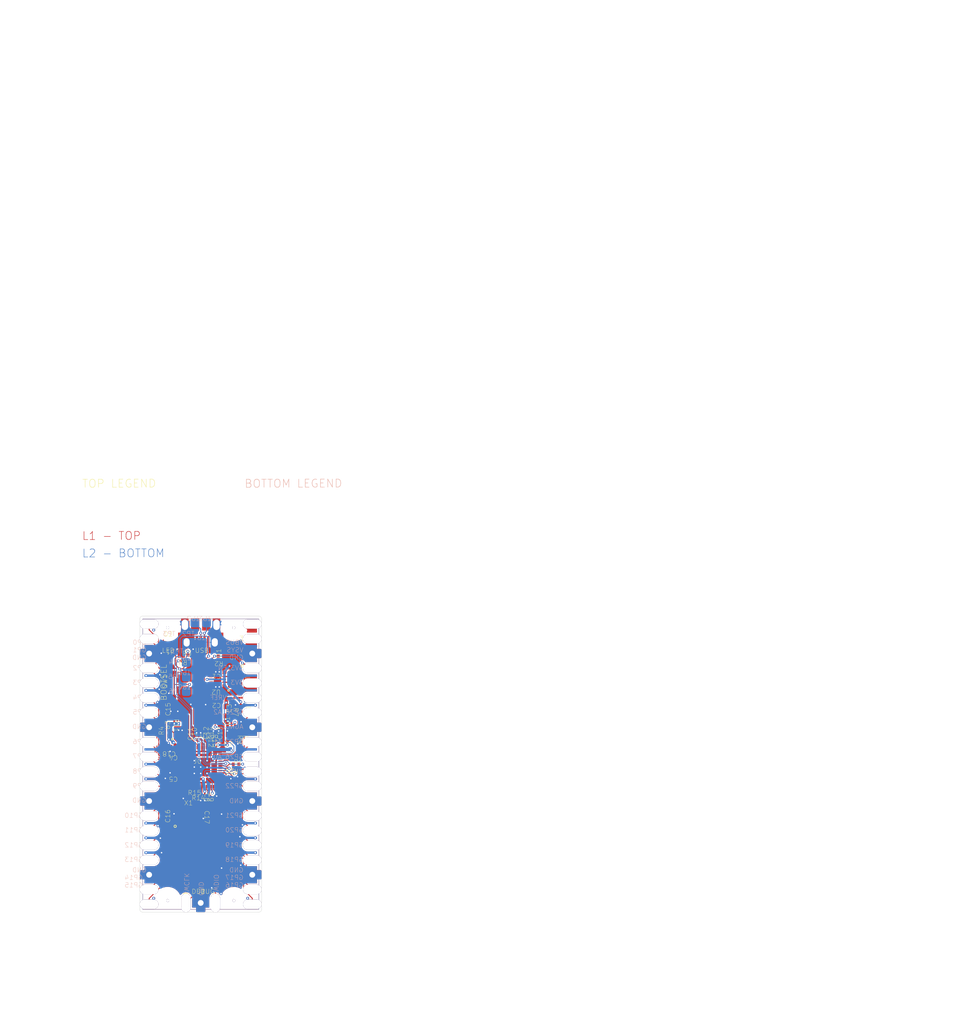
<source format=kicad_pcb>
(kicad_pcb (version 20221018) (generator pcbnew)
  (layers (0 "F.Cu" signal "TOP") (31 "B.Cu" signal "BOTTOM") (34 "B.Paste" user "Bottom Paste") (35 "F.Paste" user "Top Paste") (36 "B.SilkS" user "Bottom Overlay") (37 "F.SilkS" user "Top Overlay") (38 "B.Mask" user "Bottom Solder") (39 "F.Mask" user "Top Solder") (44 "Edge.Cuts" user))
  (net 0 "")
  (net 1 "XR")
  (net 2 "XOUT")
  (net 3 "XIN")
  (net 4 "VSYS")
  (net 5 "VBUS")
  (net 6 "USB_DPX")
  (net 7 "USB_DP")
  (net 8 "USB_DMX")
  (net 9 "USB_DM")
  (net 10 "SWDIO")
  (net 11 "SWCLK")
  (net 12 "RUN")
  (net 13 "QSPI_SS")
  (net 14 "QSPI_SD3")
  (net 15 "QSPI_SD2")
  (net 16 "QSPI_SD1")
  (net 17 "QSPI_SD0")
  (net 18 "QSPI_SCLK")
  (net 19 "N1327876")
  (net 20 "N1286133")
  (net 21 "N1283798")
  (net 22 "N1248352")
  (net 23 "N1248345")
  (net 24 "GPIO9")
  (net 25 "GPIO8")
  (net 26 "GPIO7")
  (net 27 "GPIO6")
  (net 28 "GPIO5")
  (net 29 "GPIO4")
  (net 30 "GPIO3")
  (net 31 "GPIO29_ADC3")
  (net 32 "GPIO28_ADC2")
  (net 33 "GPIO27_ADC1")
  (net 34 "GPIO26_ADC0")
  (net 35 "GPIO25")
  (net 36 "GPIO24")
  (net 37 "GPIO23")
  (net 38 "GPIO22")
  (net 39 "GPIO21")
  (net 40 "GPIO20")
  (net 41 "GPIO2")
  (net 42 "GPIO19")
  (net 43 "GPIO18")
  (net 44 "GPIO17")
  (net 45 "GPIO16")
  (net 46 "GPIO15")
  (net 47 "GPIO14")
  (net 48 "GPIO13")
  (net 49 "GPIO12")
  (net 50 "GPIO11")
  (net 51 "GPIO10")
  (net 52 "GPIO1")
  (net 53 "GPIO0")
  (net 54 "GND")
  (net 55 "ADC_VREF")
  (net 56 "ADC_AVDD")
  (net 57 "3V3_EN")
  (net 58 "3V3")
  (net 59 "1V1")
  (footprint "M0603_PICO" (layer "F.Cu") (at 58.5261 155.3286 -90)
    (fp_text reference "C8")
    (fp_text value "CAP_MLCC_M0603_PICO_100N_RP-019" hide)
  )
  (footprint "CAPC1005" (layer "F.Cu") (at 61.6261 145.2286 90)
    (fp_text reference "C14")
    (fp_text value "CAP_MLCC_CAPC1005_2U2_RP-019A1P" hide)
  )
  (footprint "RESC1005" (layer "F.Cu") (at 64.6261 150.7286)
    (fp_text reference "R1")
    (fp_text value "RES_CHIP_RESC1005_10K_RP-019A1P" hide)
  )
  (footprint "AVAGO_QSM" (layer "F.Cu") (at 52.8261 129.1286)
    (fp_text reference "D2")
    (fp_text value "LED_2PIN_AVAGO_QSM_GREEN_RP-019" hide)
  )
  (footprint "RESC1005" (layer "F.Cu") (at 56.7261 156.0286)
    (fp_text reference "R15")
    (fp_text value "RES_CHIP_RESC1005_NO-FIT_" hide)
  )
  (footprint "CAPC2012" (layer "F.Cu") (at 61.4261 137.7286 180)
    (fp_text reference "C2")
    (fp_text value "CAP_MLCC_CAPC2012_47U_RP-019A1P" hide)
  )
  (footprint "M0603_PICO" (layer "F.Cu") (at 63.1261 151.7286 -45)
    (fp_text reference "C6")
    (fp_text value "CAP_MLCC_M0603_PICO_100N_RP-019" hide)
  )
  (footprint "CON_PICO_40W" (layer "F.Cu") (at 58.5261 149.8286)
    (fp_text reference "J0")
    (fp_text value "CON_PICO_40W_CON_PICO_40W_CON_P" hide)
  )
  (footprint "CON_PICO_3W" (layer "F.Cu") (at 58.1961 174.3286)
    (fp_text reference "J2")
    (fp_text value "CON_PICO_3W_CON_PICO_3W_CON_PIC" hide)
  )
  (footprint "M0603_PICO" (layer "F.Cu") (at 59.9261 145.2286 -90)
    (fp_text reference "R13")
    (fp_text value "RES_CHIP_M0603_PICO_27R_RP-019A" hide)
  )
  (footprint "SOT50P160X90-3N" (layer "F.Cu") (at 64.9261 142.6286 90)
    (fp_text reference "Q1")
    (fp_text value "MOSFET_N_SOT50P160X90-3N_DMG101" hide)
  )
  (footprint "CAPC1005" (layer "F.Cu") (at 63.1261 145.2286 90)
    (fp_text reference "C13")
    (fp_text value "CAP_MLCC_CAPC1005_2U2_RP-019A1P" hide)
  )
  (footprint "M0603_PICO" (layer "F.Cu") (at 57.8261 145.2286 90)
    (fp_text reference "C11")
    (fp_text value "CAP_MLCC_M0603_PICO_100N_RP-019" hide)
  )
  (footprint "M0603_PICO" (layer "F.Cu") (at 54.0261 151.3286 180)
    (fp_text reference "C5")
    (fp_text value "CAP_MLCC_M0603_PICO_100N_RP-019" hide)
  )
  (footprint "RESC1005" (layer "F.Cu") (at 64.9261 145.2286 -90)
    (fp_text reference "R6")
    (fp_text value "RES_CHIP_RESC1005_100K_RP-019A1" hide)
  )
  (footprint "TONEPARTS_TP-1221U-K9K5325" (layer "F.Cu") (at 55.0261 136.3286 90)
    (fp_text reference "SW1")
    (fp_text value "SW_PB_4PIN_TONEPARTS_TP-1221U-K" hide)
  )
  (footprint "USON_2X3MM" (layer "F.Cu") (at 54.7261 143.4286 90)
    (fp_text reference "U3")
    (fp_text value "WINBOND_W25X_QSPI_FLASH_USON_US" hide)
  )
  (footprint "RESC1005" (layer "F.Cu") (at 53.0261 142.4286 -90)
    (fp_text reference "R11")
    (fp_text value "RES_CHIP_RESC1005_1K_RP-019A1P-" hide)
  )
  (footprint "M0603_PICO" (layer "F.Cu") (at 53.9261 159.3786 90)
    (fp_text reference "C16")
    (fp_text value "CAP_MLCC_M0603_PICO_15P_RP-019A" hide)
  )
  (footprint "" (layer "F.Cu") (at 52.8261 173.3286)
    (fp_text reference "")
    (fp_text value "")
  )
  (footprint "M0603_PICO" (layer "F.Cu") (at 59.2261 155.3286 -90)
    (fp_text reference "C9")
    (fp_text value "CAP_MLCC_M0603_PICO_100N_RP-019" hide)
  )
  (footprint "XTAL320X250X100" (layer "F.Cu") (at 56.2261 158.8786)
    (fp_text reference "X1")
    (fp_text value "CRYSTAL_4P_XTAL320X250X100_12MH" hide)
  )
  (footprint "" (layer "F.Cu") (at 64.5261 169.3286)
    (fp_text reference "")
    (fp_text value "")
  )
  (footprint "RESC1005" (layer "F.Cu") (at 65.4261 140.2286 -90)
    (fp_text reference "R5")
    (fp_text value "RES_CHIP_RESC1005_200K_RP-019A1" hide)
  )
  (footprint "RICHTEK_RT6150B" (layer "F.Cu") (at 61.4261 135.2286 180)
    (fp_text reference "U2")
    (fp_text value "RICHTEK_RT6150_RICHTEK_RT6150B_" hide)
  )
  (footprint "RESC1005" (layer "F.Cu") (at 55.8261 131.0286 180)
    (fp_text reference "R8")
    (fp_text value "RES_CHIP_RESC1005_100K_RP-019A1" hide)
  )
  (footprint "FCI_10103594-0001LF" (layer "F.Cu") (at 58.5261 127.2286 180)
    (fp_text reference "J1")
    (fp_text value "CON_UUSB_B_FCI_10103594-0001LF_" hide)
  )
  (footprint "M0603_PICO" (layer "F.Cu") (at 58.5261 158.3786 -90)
    (fp_text reference "C17")
    (fp_text value "CAP_MLCC_M0603_PICO_15P_RP-019A" hide)
  )
  (footprint "BOURNS_SRN2512" (layer "F.Cu") (at 64.5261 135.2286 -90)
    (fp_text reference "L1")
    (fp_text value "INDUCTOR_BOURNS_SRN2512_2U2_RP-" hide)
  )
  (footprint "" (layer "F.Cu") (at 52.7261 131.9286)
    (fp_text reference "")
    (fp_text value "")
  )
  (footprint "RPI_RP2040" (layer "F.Cu") (at 58.5261 150.3286)
    (fp_text reference "U1")
    (fp_text value "RPI_RP2040_RPI_RP2040_RP2040" hide)
  )
  (footprint "RESC1005" (layer "F.Cu") (at 57.3761 156.9286)
    (fp_text reference "R14")
    (fp_text value "RES_CHIP_RESC1005_1K_RP-019A1P-" hide)
  )
  (footprint "" (layer "F.Cu") (at 64.2261 173.3286)
    (fp_text reference "")
    (fp_text value "")
  )
  (footprint "" (layer "F.Cu") (at 64.2261 126.3286)
    (fp_text reference "")
    (fp_text value "")
  )
  (footprint "CAPC1005" (layer "F.Cu") (at 53.8261 146.7786 180)
    (fp_text reference "C18")
    (fp_text value "CAP_MLCC_CAPC1005_2U2_RP-019A1P" hide)
  )
  (footprint "CAPC1005" (layer "F.Cu") (at 60.7261 145.2286 90)
    (fp_text reference "C12")
    (fp_text value "CAP_MLCC_CAPC1005_2U2_RP-019A1P" hide)
  )
  (footprint "RESC1608" (layer "F.Cu") (at 62.9261 140.7286 -90)
    (fp_text reference "R7")
    (fp_text value "RES_CHIP_RESC1608_200R_RP-01A5Y" hide)
  )
  (footprint "M0603_PICO" (layer "F.Cu") (at 58.5261 145.2286 90)
    (fp_text reference "C10")
    (fp_text value "CAP_MLCC_M0603_PICO_100N_RP-019" hide)
  )
  (footprint "RESC1005" (layer "F.Cu") (at 64.0261 145.2286 -90)
    (fp_text reference "R9")
    (fp_text value "RES_CHIP_RESC1005_1R_RP-019A1P-" hide)
  )
  (footprint "RESC1005" (layer "F.Cu") (at 64.6261 149.8286 180)
    (fp_text reference "R10")
    (fp_text value "RES_CHIP_RESC1005_5K6_RP-019A1P" hide)
  )
  (footprint "M0603_PICO" (layer "F.Cu") (at 59.2261 145.2286 -90)
    (fp_text reference "R12")
    (fp_text value "RES_CHIP_M0603_PICO_27R_RP-019A" hide)
  )
  (footprint "M0603_PICO" (layer "F.Cu") (at 54.0261 147.6286 180)
    (fp_text reference "C4")
    (fp_text value "CAP_MLCC_M0603_PICO_100N_RP-019" hide)
  )
  (footprint "M0603_PICO" (layer "F.Cu") (at 53.9761 140.9786 90)
    (fp_text reference "C15")
    (fp_text value "CAP_MLCC_M0603_PICO_100N_RP-019" hide)
  )
  (footprint "CAPC2012" (layer "F.Cu") (at 61.4261 132.7286 180)
    (fp_text reference "C1")
    (fp_text value "CAP_MLCC_CAPC2012_47U_RP-019A1P" hide)
  )
  (footprint "RESC1005" (layer "F.Cu") (at 53.0261 144.4286 90)
    (fp_text reference "R4")
    (fp_text value "RES_CHIP_RESC1005_NO-FIT_" hide)
  )
  (footprint "" (layer "F.Cu") (at 52.8261 126.3286)
    (fp_text reference "")
    (fp_text value "")
  )
  (footprint "M0603_PICO" (layer "F.Cu") (at 63.0261 147.4286)
    (fp_text reference "C7")
    (fp_text value "CAP_MLCC_M0603_PICO_100N_RP-019" hide)
  )
  (footprint "M0603_PICO" (layer "F.Cu") (at 64.5261 140.4286 90)
    (fp_text reference "C3")
    (fp_text value "CAP_MLCC_M0603_PICO_1N_RP-019A1" hide)
  )
  (footprint "SOD123FL" (layer "F.Cu") (at 64.5261 130.9286 90)
    (fp_text reference "D1")
    (fp_text value "DIODE_SCHOTTKY_SOD123FL_MBR120V" hide)
  )
  (footprint "RESC1005" (layer "F.Cu") (at 62.0261 131.2286 180)
    (fp_text reference "R2")
    (fp_text value "RES_CHIP_RESC1005_100K_RP-019A1" hide)
  )
  (footprint "RESC1005" (layer "F.Cu") (at 55.8261 132.0286)
    (fp_text reference "R3")
    (fp_text value "RES_CHIP_RESC1005_470R_RP-019A1" hide)
  )
  (footprint "TP_SMT_1P5X1P5MM" (layer "B.Cu") (at 59.5261 125.5286 180)
    (fp_text reference "TP2")
    (fp_text value "TP_SMT_SQUARERC_1P5MM_TP_SMT_1P" hide)
  )
  (footprint "TP_SMT_1P5X1P5MM" (layer "B.Cu") (at 58.5261 128.8286 180)
    (fp_text reference "TP1")
    (fp_text value "TP_SMT_SQUARERC_1P5MM_TP_SMT_1P" hide)
  )
  (footprint "TP_SMT_1P5X1P5MM" (layer "B.Cu") (at 56.0261 132.3286 180)
    (fp_text reference "TP4")
    (fp_text value "TP_SMT_SQUARERC_1P5MM_TP_SMT_1P" hide)
  )
  (footprint "TP_SMT_1P5X1P5MM" (layer "B.Cu") (at 56.0261 134.8286 180)
    (fp_text reference "TP5")
    (fp_text value "TP_SMT_SQUARERC_1P5MM_TP_SMT_1P" hide)
  )
  (footprint "TP_SMT_1P5X1P5MM" (layer "B.Cu") (at 56.0261 137.3286 180)
    (fp_text reference "TP6")
    (fp_text value "TP_SMT_SQUARERC_1P5MM_TP_SMT_1P" hide)
  )
  (footprint "TP_SMT_1P5X1P5MM" (layer "B.Cu") (at 57.5261 125.5286 180)
    (fp_text reference "TP3")
    (fp_text value "TP_SMT_SQUARERC_1P5MM_TP_SMT_1P" hide)
  )
  (gr_line (start 68.5261 174.8286) (end 68.5261 124.8286) (stroke (width 0.0254)) (layer "F.Cu"))
  (gr_line (start 48.5261 124.8286) (end 68.5261 124.8286) (stroke (width 0.0254)) (layer "F.Cu"))
  (gr_line (start 48.5261 174.8286) (end 48.5261 124.8286) (stroke (width 0.0254)) (layer "F.Cu"))
  (gr_line (start 48.5261 174.8286) (end 48.5261 124.8286) (stroke (width 0.0254)) (layer "F.Cu"))
  (gr_line (start 48.5261 174.8286) (end 68.5261 174.8286) (stroke (width 0.0254)) (layer "F.Cu"))
  (gr_line (start 48.5261 174.8286) (end 68.5261 174.8286) (stroke (width 0.0254)) (layer "F.Cu"))
  (gr_line (start 48.5261 124.8286) (end 68.5261 124.8286) (stroke (width 0.0254)) (layer "F.Cu"))
  (gr_line (start 68.5261 174.8286) (end 68.5261 124.8286) (stroke (width 0.0254)) (layer "F.Cu"))
  (gr_line (start 48.5261 174.8286) (end 48.5261 124.8286) (stroke (width 0.0254)) (layer "B.Cu"))
  (gr_line (start 48.5261 174.8286) (end 68.5261 174.8286) (stroke (width 0.0254)) (layer "B.Cu"))
  (gr_line (start 48.5261 124.8286) (end 68.5261 124.8286) (stroke (width 0.0254)) (layer "B.Cu"))
  (gr_line (start 48.5261 174.8286) (end 68.5261 174.8286) (stroke (width 0.0254)) (layer "B.Cu"))
  (gr_line (start 68.5261 174.8286) (end 68.5261 124.8286) (stroke (width 0.0254)) (layer "B.Cu"))
  (gr_line (start 48.5261 124.8286) (end 68.5261 124.8286) (stroke (width 0.0254)) (layer "B.Cu"))
  (gr_line (start 48.5261 174.8286) (end 48.5261 124.8286) (stroke (width 0.0254)) (layer "B.Cu"))
  (gr_line (start 68.5261 174.8286) (end 68.5261 124.8286) (stroke (width 0.0254)) (layer "B.Cu"))
  (gr_line (start 55.6261 172.1286) (end 55.9261 172.4286) (stroke (width 0.2)) (layer "F.SilkS"))
  (gr_line (start 55.6261 172.1286) (end 56.2261 172.1286) (stroke (width 0.2)) (layer "F.SilkS"))
  (gr_line (start 55.9261 172.4286) (end 56.2261 172.1286) (stroke (width 0.2)) (layer "F.SilkS"))
  (gr_line (start 55.9261 172.4286) (end 55.9261 172.1286) (stroke (width 0.2)) (layer "F.SilkS"))
  (gr_line (start 69.0261 124.8286) (end 69.0261 174.8286) (stroke (width 0.05)) (layer "Edge.Cuts"))
  (gr_arc (start 48.5261 175.3286) (mid 48.172547 175.182153) (end 48.0261 174.8286) (stroke (width 0.05)) (layer "Edge.Cuts"))
  (gr_line (start 48.5261 124.3286) (end 68.5261 124.3286) (stroke (width 0.05)) (layer "Edge.Cuts"))
  (gr_arc (start 68.5261 124.3286) (mid 68.879653 124.475047) (end 69.0261 124.8286) (stroke (width 0.05)) (layer "Edge.Cuts"))
  (gr_line (start 48.0261 174.8286) (end 48.0261 124.8286) (stroke (width 0.05)) (layer "Edge.Cuts"))
  (gr_arc (start 69.0261 174.8286) (mid 68.879653 175.182153) (end 68.5261 175.3286) (stroke (width 0.05)) (layer "Edge.Cuts"))
  (gr_line (start 68.5261 175.3286) (end 48.5261 175.3286) (stroke (width 0.05)) (layer "Edge.Cuts"))
  (gr_arc (start 48.0261 124.8286) (mid 48.172547 124.475047) (end 48.5261 124.3286) (stroke (width 0.05)) (layer "Edge.Cuts"))
  (gr_text "L1 - TOP" (at 38.0261 111.3286 0.15) (layer "F.Cu") (effects (font (size 1.3824 1.3824) (thickness 0.0864)) (justify left bottom)))
  (gr_text "L2 - BOTTOM" (at 38.0261 114.3286 0.15) (layer "B.Cu") (effects (font (size 1.3824 1.3824) (thickness 0.0864)) (justify left bottom)))
  (gr_text "GND" (at 65.9261 131.9286) (layer "B.SilkS") (effects (font (size 0.8 0.8) (thickness 0.05)) (justify left bottom mirror)))
  (gr_text "GP6" (at 49.2061 146.4286) (layer "B.SilkS") (effects (font (size 0.8 0.8) (thickness 0.05)) (justify left bottom mirror)))
  (gr_text "GP7" (at 49.2061 148.9286) (layer "B.SilkS") (effects (font (size 0.8 0.8) (thickness 0.05)) (justify left bottom mirror)))
  (gr_text "GP4" (at 49.2061 138.8286) (layer "B.SilkS") (effects (font (size 0.8 0.8) (thickness 0.05)) (justify left bottom mirror)))
  (gr_text "GP26_A0" (at 65.9261 149.0286) (layer "B.SilkS") (effects (font (size 0.8 0.8) (thickness 0.05)) (justify left bottom mirror)))
  (gr_text "GP15" (at 48.5661 171.1286) (layer "B.SilkS") (effects (font (size 0.8 0.8) (thickness 0.05)) (justify left bottom mirror)))
  (gr_text "VSYS" (at 65.9261 130.6286) (layer "B.SilkS") (effects (font (size 0.8 0.8) (thickness 0.05)) (justify left bottom mirror)))
  (gr_text "TP6" (at 55.2061 137.7286) (layer "B.SilkS") (effects (font (size 0.8 0.8) (thickness 0.05)) (justify left bottom mirror)))
  (gr_text "GP2" (at 49.2061 133.7286) (layer "B.SilkS") (effects (font (size 0.8 0.8) (thickness 0.05)) (justify left bottom mirror)))
  (gr_text "GP28_A2" (at 65.9261 141.3286) (layer "B.SilkS") (effects (font (size 0.8 0.8) (thickness 0.05)) (justify left bottom mirror)))
  (gr_text "GP18" (at 65.9261 166.7286) (layer "B.SilkS") (effects (font (size 0.8 0.8) (thickness 0.05)) (justify left bottom mirror)))
  (gr_text "GP16" (at 65.9261 171.1286) (layer "B.SilkS") (effects (font (size 0.8 0.8) (thickness 0.05)) (justify left bottom mirror)))
  (gr_text "GP21" (at 65.9261 159.1286) (layer "B.SilkS") (effects (font (size 0.8 0.8) (thickness 0.05)) (justify left bottom mirror)))
  (gr_text "GP14" (at 48.5661 169.8286) (layer "B.SilkS") (effects (font (size 0.8 0.8) (thickness 0.05)) (justify left bottom mirror)))
  (gr_text "GND" (at 49.2061 168.5286) (layer "B.SilkS") (effects (font (size 0.8 0.8) (thickness 0.05)) (justify left bottom mirror)))
  (gr_text "TP5" (at 55.1061 135.2286) (layer "B.SilkS") (effects (font (size 0.8 0.8) (thickness 0.05)) (justify left bottom mirror)))
  (gr_text "TP3" (at 54.2061 127.8286) (layer "B.SilkS") (effects (font (size 0.8 0.8) (thickness 0.05)) (justify left bottom mirror)))
  (gr_text "GND" (at 49.2061 131.9286) (layer "B.SilkS") (effects (font (size 0.8 0.8) (thickness 0.05)) (justify left bottom mirror)))
  (gr_text "AGND" (at 65.9261 143.8286) (layer "B.SilkS") (effects (font (size 0.8 0.8) (thickness 0.05)) (justify left bottom mirror)))
  (gr_text "GP13" (at 48.5661 166.7286) (layer "B.SilkS") (effects (font (size 0.8 0.8) (thickness 0.05)) (justify left bottom mirror)))
  (gr_text "GND" (at 49.2061 156.5286) (layer "B.SilkS") (effects (font (size 0.8 0.8) (thickness 0.05)) (justify left bottom mirror)))
  (gr_text "BOTTOM LEGEND" (at 66.0261 102.3286 0.15) (layer "B.SilkS") (effects (font (size 1.3824 1.3824) (thickness 0.0864)) (justify left bottom)))
  (gr_text "GP1" (at 49.2061 130.6286) (layer "B.SilkS") (effects (font (size 0.8 0.8) (thickness 0.05)) (justify left bottom mirror)))
  (gr_text "GP17" (at 65.9261 169.8286) (layer "B.SilkS") (effects (font (size 0.8 0.8) (thickness 0.05)) (justify left bottom mirror)))
  (gr_text "VBUS" (at 65.9261 129.3286) (layer "B.SilkS") (effects (font (size 0.8 0.8) (thickness 0.05)) (justify left bottom mirror)))
  (gr_text "GP12" (at 48.5661 164.2286) (layer "B.SilkS") (effects (font (size 0.8 0.8) (thickness 0.05)) (justify left bottom mirror)))
  (gr_text "GP8" (at 49.2061 151.5286) (layer "B.SilkS") (effects (font (size 0.8 0.8) (thickness 0.05)) (justify left bottom mirror)))
  (gr_text "ADC_VREF" (at 65.9261 138.8286) (layer "B.SilkS") (effects (font (size 0.8 0.8) (thickness 0.05)) (justify left bottom mirror)))
  (gr_text "GP11" (at 48.5661 161.6286) (layer "B.SilkS") (effects (font (size 0.8 0.8) (thickness 0.05)) (justify left bottom mirror)))
  (gr_text "GP20" (at 65.9261 161.6286) (layer "B.SilkS") (effects (font (size 0.8 0.8) (thickness 0.05)) (justify left bottom mirror)))
  (gr_text "GP10" (at 48.5661 159.1286) (layer "B.SilkS") (effects (font (size 0.8 0.8) (thickness 0.05)) (justify left bottom mirror)))
  (gr_text "GND" (at 49.2061 143.8286) (layer "B.SilkS") (effects (font (size 0.8 0.8) (thickness 0.05)) (justify left bottom mirror)))
  (gr_text "GND" (at 65.9261 156.6286) (layer "B.SilkS") (effects (font (size 0.8 0.8) (thickness 0.05)) (justify left bottom mirror)))
  (gr_text "SWCLK" (at 55.6261 172.5286 270) (layer "B.SilkS") (effects (font (size 0.8 0.8) (thickness 0.05)) (justify left bottom mirror)))
  (gr_text "TP2" (at 57.5061 127.8286) (layer "B.SilkS") (effects (font (size 0.8 0.8) (thickness 0.05)) (justify left bottom mirror)))
  (gr_text "3V3_EN" (at 65.9261 133.7286) (layer "B.SilkS") (effects (font (size 0.8 0.8) (thickness 0.05)) (justify left bottom mirror)))
  (gr_text "GP3" (at 49.2061 136.2286) (layer "B.SilkS") (effects (font (size 0.8 0.8) (thickness 0.05)) (justify left bottom mirror)))
  (gr_text "RUN" (at 65.9261 151.5286) (layer "B.SilkS") (effects (font (size 0.8 0.8) (thickness 0.05)) (justify left bottom mirror)))
  (gr_text "GP27_A1" (at 65.9261 146.4286) (layer "B.SilkS") (effects (font (size 0.8 0.8) (thickness 0.05)) (justify left bottom mirror)))
  (gr_text "GP19" (at 65.9261 164.2286) (layer "B.SilkS") (effects (font (size 0.8 0.8) (thickness 0.05)) (justify left bottom mirror)))
  (gr_text "GP0" (at 49.2061 129.3286) (layer "B.SilkS") (effects (font (size 0.8 0.8) (thickness 0.05)) (justify left bottom mirror)))
  (gr_text "3V3" (at 65.9261 136.2286) (layer "B.SilkS") (effects (font (size 0.8 0.8) (thickness 0.05)) (justify left bottom mirror)))
  (gr_text "GP9" (at 49.2061 154.0286) (layer "B.SilkS") (effects (font (size 0.8 0.8) (thickness 0.05)) (justify left bottom mirror)))
  (gr_text "SWDIO" (at 60.7261 172.5286 270) (layer "B.SilkS") (effects (font (size 0.8 0.8) (thickness 0.05)) (justify left bottom mirror)))
  (gr_text "TP1" (at 55.6061 130.8286) (layer "B.SilkS") (effects (font (size 0.8 0.8) (thickness 0.05)) (justify left bottom mirror)))
  (gr_text "GP22" (at 65.9261 154.0286) (layer "B.SilkS") (effects (font (size 0.8 0.8) (thickness 0.05)) (justify left bottom mirror)))
  (gr_text "GP5" (at 49.2061 141.3286) (layer "B.SilkS") (effects (font (size 0.8 0.8) (thickness 0.05)) (justify left bottom mirror)))
  (gr_text "GND" (at 58.1261 172.5286 270) (layer "B.SilkS") (effects (font (size 0.8 0.8) (thickness 0.05)) (justify left bottom mirror)))
  (gr_text "TP4" (at 55.2061 132.7286) (layer "B.SilkS") (effects (font (size 0.8 0.8) (thickness 0.05)) (justify left bottom mirror)))
  (gr_text "GND" (at 65.9261 168.5286) (layer "B.SilkS") (effects (font (size 0.8 0.8) (thickness 0.05)) (justify left bottom mirror)))
  (gr_text "2" (at 50.4861 128.6286) (layer "F.SilkS") (effects (font (size 0.8 0.8) (thickness 0.05)) (justify left bottom)))
  (gr_text "39" (at 65.1461 128.6286) (layer "F.SilkS") (effects (font (size 0.8 0.8) (thickness 0.05)) (justify left bottom)))
  (gr_text "DEBUG" (at 56.9261 172.2286) (layer "F.SilkS") (effects (font (size 0.8 0.8) (thickness 0.05)) (justify left bottom)))
  (gr_text "1" (at 50.4861 126.1286) (layer "F.SilkS") (effects (font (size 0.8 0.8) (thickness 0.05)) (justify left bottom)))
  (gr_text "LED" (at 51.8061 130.7286) (layer "F.SilkS") (effects (font (size 0.8 0.8) (thickness 0.05)) (justify left bottom)))
  (gr_text "BOOTSEL" (at 52.7261 138.9286 90) (layer "F.SilkS") (effects (font (size 0.96 0.96) (thickness 0.06)) (justify left bottom)))
  (gr_text "TOP LEGEND" (at 38.0261 102.3286 0.15) (layer "F.SilkS") (effects (font (size 1.3824 1.3824) (thickness 0.0864)) (justify left bottom)))
  (gr_text "USB" (at 57.5061 130.7286) (layer "F.SilkS") (effects (font (size 0.8 0.8) (thickness 0.05)) (justify left bottom)))
  (segment (start 57.3261 157.4623) (end 57.8611 156.9323) (width 0.15) (layer "F.Cu") (net 1))
  (segment (start 57.3261 158.0786) (end 57.3511 158.1036) (width 0.15) (layer "F.Cu") (net 1))
  (segment (start 57.3511 158.1036) (end 58.5261 158.1036) (width 0.15) (layer "F.Cu") (net 1))
  (segment (start 57.3261 158.0786) (end 57.3261 157.4623) (width 0.15) (layer "F.Cu") (net 1))
  (segment (start 57.8611 156.9323) (end 57.8611 156.9286) (width 0.15) (layer "F.Cu") (net 1))
  (segment (start 58.3261 154.4466) (end 58.3261 153.6786) (width 0.15) (layer "F.Cu") (net 2))
  (segment (start 57.2111 155.5616) (end 58.3261 154.4466) (width 0.15) (layer "F.Cu") (net 2))
  (segment (start 57.2111 156.0286) (end 57.2111 155.5616) (width 0.15) (layer "F.Cu") (net 2))
  (segment (start 56.8911 156.9299) (end 57.2111 156.6099) (width 0.15) (layer "F.Cu") (net 2))
  (segment (start 57.2111 156.6099) (end 57.2111 156.0286) (width 0.15) (layer "F.Cu") (net 2))
  (segment (start 56.8911 156.9299) (end 56.8911 156.9286) (width 0.15) (layer "F.Cu") (net 2))
  (segment (start 55.1261 159.6786) (end 55.3761 159.6786) (width 0.15) (layer "F.Cu") (net 3))
  (segment (start 53.9261 159.6536) (end 55.1011 159.6536) (width 0.15) (layer "F.Cu") (net 3))
  (segment (start 55.1011 159.6536) (end 55.1261 159.6786) (width 0.15) (layer "F.Cu") (net 3))
  (segment (start 56.2411 156.0236) (end 57.9261 154.3386) (width 0.15) (layer "F.Cu") (net 3))
  (segment (start 56.2411 156.0286) (end 56.2411 156.0236) (width 0.15) (layer "F.Cu") (net 3))
  (segment (start 55.3761 159.6786) (end 56.2411 158.8136) (width 0.15) (layer "F.Cu") (net 3))
  (segment (start 56.2411 158.8136) (end 56.2411 156.0286) (width 0.15) (layer "F.Cu") (net 3))
  (segment (start 57.9261 154.3386) (end 57.9261 153.6786) (width 0.15) (layer "F.Cu") (net 3))
  (segment (start 66.6261 129.0286) (end 67.4161 128.2386) (width 0.3) (layer "F.Cu") (net 4))
  (segment (start 65.4261 139.7436) (end 65.4261 139.1066) (width 0.2) (layer "F.Cu") (net 4))
  (segment (start 59.6261 135.2286) (end 60.2761 135.2286) (width 0.25) (layer "F.Cu") (net 4))
  (segment (start 67.4161 128.2386) (end 67.7261 129.3286) (width 0.3) (layer "F.Cu") (net 4))
  (via (at 59.6261 135.2286) (size 0.5) (drill 0.25) (layers "F.Cu" "B.Cu") (net 4))
  (via (at 65.4261 139.1066) (size 0.5) (drill 0.25) (layers "F.Cu" "B.Cu") (net 4))
  (via (at 63.4991 132.9286) (size 0.5) (drill 0.25) (layers "F.Cu" "B.Cu") (net 4))
  (segment (start 62.6261 136.3066) (end 65.4261 139.1066) (width 0.4) (layer "B.Cu") (net 4))
  (segment (start 62.6261 136.3066) (end 62.6261 135.2286) (width 0.4) (layer "B.Cu") (net 4))
  (segment (start 62.6261 133.8016) (end 63.4991 132.9286) (width 0.4) (layer "B.Cu") (net 4))
  (segment (start 62.6261 135.2286) (end 62.6261 133.8016) (width 0.4) (layer "B.Cu") (net 4))
  (segment (start 59.6261 135.2286) (end 62.6261 135.2286) (width 0.3) (layer "B.Cu") (net 4))
  (segment (start 65.1111 149.8286) (end 65.7481 149.8286) (width 0.15) (layer "F.Cu") (net 5))
  (segment (start 66.3261 125.3286) (end 67.4161 125.6986) (width 0.3) (layer "F.Cu") (net 5))
  (segment (start 59.1761 138.6786) (end 59.1761 131.1786) (width 0.127) (layer "F.Cu") (net 5))
  (segment (start 61.0261 143.4286) (end 61.0261 140.5286) (width 0.127) (layer "F.Cu") (net 5))
  (segment (start 59.1761 131.1786) (end 59.8261 130.5286) (width 0.127) (layer "F.Cu") (net 5))
  (segment (start 66.5861 126.5286) (end 67.4161 125.6986) (width 0.3) (layer "F.Cu") (net 5))
  (segment (start 59.1761 138.6786) (end 61.0261 140.5286) (width 0.127) (layer "F.Cu") (net 5))
  (segment (start 67.4161 125.6986) (end 67.6261 126.7286) (width 0.3) (layer "F.Cu") (net 5))
  (via (at 65.7481 149.8286) (size 0.5) (drill 0.25) (layers "F.Cu" "B.Cu") (net 5))
  (via (at 61.0261 143.4286) (size 0.5) (drill 0.25) (layers "F.Cu" "B.Cu") (net 5))
  (segment (start 62.5166 149.2881) (end 63.0856 149.2881) (width 0.127) (layer "B.Cu") (net 5))
  (segment (start 62.6261 145.7706) (end 62.6261 143.8286) (width 0.127) (layer "B.Cu") (net 5))
  (segment (start 64.2436 147.6111) (end 64.2436 146.7461) (width 0.127) (layer "B.Cu") (net 5))
  (segment (start 60.3531 149.3786) (end 62.4261 149.3786) (width 0.127) (layer "B.Cu") (net 5))
  (segment (start 62.4261 149.3786) (end 62.5166 149.2881) (width 0.127) (layer "B.Cu") (net 5))
  (segment (start 61.0261 143.4286) (end 62.2261 143.4286) (width 0.127) (layer "B.Cu") (net 5))
  (segment (start 63.0856 149.2881) (end 63.6261 149.8286) (width 0.127) (layer "B.Cu") (net 5))
  (segment (start 62.9436 146.0881) (end 63.5856 146.0881) (width 0.127) (layer "B.Cu") (net 5))
  (segment (start 63.5856 146.0881) (end 64.2436 146.7461) (width 0.127) (layer "B.Cu") (net 5))
  (segment (start 60.4261 147.9286) (end 63.9261 147.9286) (width 0.127) (layer "B.Cu") (net 5))
  (segment (start 60.1856 149.2111) (end 60.1856 148.1691) (width 0.127) (layer "B.Cu") (net 5))
  (segment (start 63.9261 147.9286) (end 64.2436 147.6111) (width 0.127) (layer "B.Cu") (net 5))
  (segment (start 63.6261 149.8286) (end 65.7481 149.8286) (width 0.127) (layer "B.Cu") (net 5))
  (segment (start 60.1856 149.2111) (end 60.3531 149.3786) (width 0.127) (layer "B.Cu") (net 5))
  (segment (start 62.6261 145.7706) (end 62.9436 146.0881) (width 0.127) (layer "B.Cu") (net 5))
  (segment (start 60.1856 148.1691) (end 60.4261 147.9286) (width 0.127) (layer "B.Cu") (net 5))
  (segment (start 62.2261 143.4286) (end 62.6261 143.8286) (width 0.127) (layer "B.Cu") (net 5))
  (segment (start 59.2261 145.8306) (end 59.5261 146.1306) (width 0.22) (layer "F.Cu") (net 6))
  (segment (start 59.2261 145.8306) (end 59.2261 145.5036) (width 0.22) (layer "F.Cu") (net 6))
  (segment (start 59.5261 146.9786) (end 59.5261 146.1306) (width 0.22) (layer "F.Cu") (net 6))
  (segment (start 58.5261 128.6536) (end 58.5261 127.2786) (width 0.15) (layer "F.Cu") (net 7))
  (via (at 58.5261 127.2786) (size 0.5) (drill 0.25) (layers "F.Cu" "B.Cu") (net 7))
  (segment (start 58.5261 127.2786) (end 58.5261 126.5286) (width 0.15) (layer "B.Cu") (net 7))
  (segment (start 57.5261 125.5286) (end 58.5261 126.5286) (width 0.15) (layer "B.Cu") (net 7))
  (segment (start 59.9261 146.9786) (end 59.9261 145.5036) (width 0.22) (layer "F.Cu") (net 8))
  (segment (start 59.1761 128.6536) (end 59.1761 127.2786) (width 0.15) (layer "F.Cu") (net 9))
  (via (at 59.1761 127.2786) (size 0.5) (drill 0.25) (layers "F.Cu" "B.Cu") (net 9))
  (segment (start 59.5261 126.9286) (end 59.5261 125.5286) (width 0.15) (layer "B.Cu") (net 9))
  (segment (start 59.1761 127.2786) (end 59.5261 126.9286) (width 0.15) (layer "B.Cu") (net 9))
  (segment (start 61.0661 173.7286) (end 61.0661 170.2886) (width 0.15) (layer "F.Cu") (net 10))
  (segment (start 60.0261 155.0285) (end 60.0261 154.2286) (width 0.15) (layer "F.Cu") (net 10))
  (segment (start 63.0761 168.2786) (end 63.0761 158.0785) (width 0.15) (layer "F.Cu") (net 10))
  (segment (start 59.9261 154.1286) (end 59.9261 153.6786) (width 0.15) (layer "F.Cu") (net 10))
  (segment (start 61.0661 170.2886) (end 63.0761 168.2786) (width 0.15) (layer "F.Cu") (net 10))
  (segment (start 59.9261 154.1286) (end 60.0261 154.2286) (width 0.15) (layer "F.Cu") (net 10))
  (segment (start 60.0261 155.0285) (end 63.0761 158.0785) (width 0.15) (layer "F.Cu") (net 10))
  (segment (start 59.5861 170.1286) (end 60.6261 170.1286) (width 0.15) (layer "F.Cu") (net 11))
  (segment (start 59.5261 154.1893) (end 59.7261 154.3893) (width 0.15) (layer "F.Cu") (net 11))
  (segment (start 59.5261 154.1893) (end 59.5261 153.6786) (width 0.15) (layer "F.Cu") (net 11))
  (segment (start 59.7261 155.2285) (end 59.7261 154.3893) (width 0.15) (layer "F.Cu") (net 11))
  (segment (start 59.7261 155.2285) (end 62.7261 158.2285) (width 0.15) (layer "F.Cu") (net 11))
  (segment (start 55.9861 173.7286) (end 59.5861 170.1286) (width 0.15) (layer "F.Cu") (net 11))
  (segment (start 62.7261 168.0286) (end 62.7261 158.2285) (width 0.15) (layer "F.Cu") (net 11))
  (segment (start 60.6261 170.1286) (end 62.7261 168.0286) (width 0.15) (layer "F.Cu") (net 11))
  (segment (start 60.5261 154.8286) (end 60.5261 154.4057) (width 0.15) (layer "F.Cu") (net 12))
  (segment (start 60.3261 154.2057) (end 60.5261 154.4057) (width 0.15) (layer "F.Cu") (net 12))
  (segment (start 66.0455 151.4786) (end 66.4255 151.0986) (width 0.127) (layer "F.Cu") (net 12))
  (segment (start 66.4255 151.0986) (end 67.4161 151.0986) (width 0.127) (layer "F.Cu") (net 12))
  (segment (start 60.3261 154.2057) (end 60.3261 153.6786) (width 0.15) (layer "F.Cu") (net 12))
  (segment (start 64.3261 151.4786) (end 66.0455 151.4786) (width 0.127) (layer "F.Cu") (net 12))
  (via (at 64.3261 151.4786) (size 0.5) (drill 0.25) (layers "F.Cu" "B.Cu") (net 12))
  (via (at 60.5261 154.8286) (size 0.5) (drill 0.25) (layers "F.Cu" "B.Cu") (net 12))
  (segment (start 59.1741 151.6159) (end 60.5261 152.9679) (width 0.127) (layer "B.Cu") (net 12))
  (segment (start 59.1741 151.6159) (end 59.1741 151.1306) (width 0.127) (layer "B.Cu") (net 12))
  (segment (start 59.1741 151.1306) (end 59.3761 150.9286) (width 0.127) (layer "B.Cu") (net 12))
  (segment (start 59.3761 150.9286) (end 62.376 150.9286) (width 0.127) (layer "B.Cu") (net 12))
  (segment (start 60.5261 154.8286) (end 60.5261 152.9679) (width 0.127) (layer "B.Cu") (net 12))
  (segment (start 62.376 150.9286) (end 62.926 151.4786) (width 0.127) (layer "B.Cu") (net 12))
  (segment (start 62.926 151.4786) (end 64.3261 151.4786) (width 0.127) (layer "B.Cu") (net 12))
  (segment (start 53.9761 145.5286) (end 53.9761 144.8286) (width 0.127) (layer "F.Cu") (net 13))
  (segment (start 53.9761 144.8286) (end 53.9761 144.5286) (width 0.15) (layer "F.Cu") (net 13))
  (segment (start 53.0261 143.9436) (end 53.0261 142.9136) (width 0.15) (layer "F.Cu") (net 13))
  (segment (start 53.9761 145.5286) (end 54.8761 146.4286) (width 0.127) (layer "F.Cu") (net 13))
  (segment (start 54.8761 146.4286) (end 55.5611 146.4286) (width 0.127) (layer "F.Cu") (net 13))
  (segment (start 53.0261 143.9436) (end 53.3911 143.9436) (width 0.15) (layer "F.Cu") (net 13))
  (segment (start 55.5611 146.4286) (end 55.9261 146.7936) (width 0.127) (layer "F.Cu") (net 13))
  (segment (start 55.9261 146.9786) (end 55.9261 146.7936) (width 0.127) (layer "F.Cu") (net 13))
  (segment (start 53.3911 143.9436) (end 53.9761 144.5286) (width 0.15) (layer "F.Cu") (net 13))
  (segment (start 54.4761 141.5786) (end 55.1261 140.9286) (width 0.127) (layer "F.Cu") (net 14))
  (segment (start 55.1261 140.9286) (end 55.9261 140.9286) (width 0.127) (layer "F.Cu") (net 14))
  (segment (start 54.4761 142.0286) (end 54.4761 141.5786) (width 0.127) (layer "F.Cu") (net 14))
  (segment (start 55.9261 140.9286) (end 56.4761 141.4786) (width 0.127) (layer "F.Cu") (net 14))
  (segment (start 56.4761 145.0266) (end 56.4761 141.4786) (width 0.127) (layer "F.Cu") (net 14))
  (segment (start 56.4761 145.0266) (end 57.9261 146.4766) (width 0.127) (layer "F.Cu") (net 14))
  (segment (start 57.9261 146.9786) (end 57.9261 146.4766) (width 0.127) (layer "F.Cu") (net 14))
  (segment (start 54.9761 145.2786) (end 55.3261 145.6286) (width 0.127) (layer "F.Cu") (net 15))
  (segment (start 56.7261 146.9786) (end 56.7261 146.4766) (width 0.127) (layer "F.Cu") (net 15))
  (segment (start 54.9761 145.2786) (end 54.9761 144.8286) (width 0.127) (layer "F.Cu") (net 15))
  (segment (start 55.8781 145.6286) (end 56.7261 146.4766) (width 0.127) (layer "F.Cu") (net 15))
  (segment (start 55.3261 145.6286) (end 55.8781 145.6286) (width 0.127) (layer "F.Cu") (net 15))
  (segment (start 54.4761 145.4692) (end 54.4761 144.8286) (width 0.127) (layer "F.Cu") (net 16))
  (segment (start 54.4761 145.4692) (end 55.0355 146.0286) (width 0.127) (layer "F.Cu") (net 16))
  (segment (start 55.0355 146.0286) (end 55.8667 146.0286) (width 0.127) (layer "F.Cu") (net 16))
  (segment (start 56.3261 146.9786) (end 56.3261 146.488) (width 0.127) (layer "F.Cu") (net 16))
  (segment (start 55.8667 146.0286) (end 56.3261 146.488) (width 0.127) (layer "F.Cu") (net 16))
  (segment (start 55.4761 142.3286) (end 55.4761 142.0286) (width 0.127) (layer "F.Cu") (net 17))
  (segment (start 57.1261 146.9786) (end 57.1261 146.4766) (width 0.127) (layer "F.Cu") (net 17))
  (segment (start 55.4761 142.3286) (end 55.8761 142.7286) (width 0.127) (layer "F.Cu") (net 17))
  (segment (start 55.8761 145.2266) (end 55.8761 142.7286) (width 0.127) (layer "F.Cu") (net 17))
  (segment (start 55.8761 145.2266) (end 57.1261 146.4766) (width 0.127) (layer "F.Cu") (net 17))
  (segment (start 55.2668 141.2879) (end 55.7854 141.2879) (width 0.127) (layer "F.Cu") (net 18))
  (segment (start 55.7854 141.2879) (end 56.1761 141.6786) (width 0.127) (layer "F.Cu") (net 18))
  (segment (start 57.5261 146.9786) (end 57.5261 146.4766) (width 0.127) (layer "F.Cu") (net 18))
  (segment (start 56.1761 145.1266) (end 57.5261 146.4766) (width 0.127) (layer "F.Cu") (net 18))
  (segment (start 56.1761 145.1266) (end 56.1761 141.6786) (width 0.127) (layer "F.Cu") (net 18))
  (segment (start 54.9761 141.5786) (end 55.2668 141.2879) (width 0.127) (layer "F.Cu") (net 18))
  (segment (start 54.9761 142.0286) (end 54.9761 141.5786) (width 0.127) (layer "F.Cu") (net 18))
  (segment (start 53.9511 136.0286) (end 54.0261 136.1036) (width 0.127) (layer "F.Cu") (net 19))
  (segment (start 54.0261 136.1036) (end 56.6011 136.1036) (width 0.127) (layer "F.Cu") (net 19))
  (segment (start 52.8761 139.6786) (end 53.9511 138.6036) (width 0.15) (layer "F.Cu") (net 19))
  (segment (start 53.9511 138.6036) (end 53.9511 138.4036) (width 0.15) (layer "F.Cu") (net 19))
  (segment (start 52.8761 141.3316) (end 53.0261 141.4816) (width 0.15) (layer "F.Cu") (net 19))
  (segment (start 53.9511 138.4036) (end 53.9511 136.0286) (width 0.2) (layer "F.Cu") (net 19))
  (segment (start 53.9511 136.0286) (end 53.9511 134.2536) (width 0.2) (layer "F.Cu") (net 19))
  (segment (start 53.0261 141.9436) (end 53.0261 141.4816) (width 0.15) (layer "F.Cu") (net 19))
  (segment (start 52.8761 141.3316) (end 52.8761 139.6786) (width 0.15) (layer "F.Cu") (net 19))
  (via (at 56.6011 136.1036) (size 0.5) (drill 0.25) (layers "F.Cu" "B.Cu") (net 19))
  (segment (start 56.0261 137.3286) (end 56.6011 136.1036) (width 0.2) (layer "B.Cu") (net 19))
  (segment (start 64.5261 141.2286) (end 64.5261 140.7036) (width 0.15) (layer "F.Cu") (net 20))
  (segment (start 64.5261 140.6911) (end 64.5486 140.7136) (width 0.2) (layer "F.Cu") (net 20))
  (segment (start 64.9261 144.7436) (end 64.9261 141.8286) (width 0.15) (layer "F.Cu") (net 20))
  (segment (start 64.9261 141.8286) (end 64.9261 141.6286) (width 0.15) (layer "F.Cu") (net 20))
  (segment (start 64.5261 140.7036) (end 64.5261 140.6911) (width 0.15) (layer "F.Cu") (net 20))
  (segment (start 64.5261 141.2286) (end 64.9261 141.6286) (width 0.15) (layer "F.Cu") (net 20))
  (segment (start 64.5486 140.7136) (end 65.4261 140.7136) (width 0.2) (layer "F.Cu") (net 20))
  (segment (start 54.2261 132.7786) (end 54.2261 130.8286) (width 0.15) (layer "F.Cu") (net 21))
  (segment (start 54.2261 132.7786) (end 54.8761 133.4286) (width 0.15) (layer "F.Cu") (net 21))
  (segment (start 53.5761 130.1786) (end 54.2261 130.8286) (width 0.15) (layer "F.Cu") (net 21))
  (segment (start 53.5761 130.1786) (end 53.5761 129.1286) (width 0.15) (layer "F.Cu") (net 21))
  (segment (start 55.3781 133.4286) (end 56.3111 132.4956) (width 0.15) (layer "F.Cu") (net 21))
  (segment (start 54.8761 133.4286) (end 55.3781 133.4286) (width 0.15) (layer "F.Cu") (net 21))
  (segment (start 56.3111 132.4956) (end 56.3111 132.0286) (width 0.15) (layer "F.Cu") (net 21))
  (via (at 54.8761 133.4286) (size 0.5) (drill 0.25) (layers "F.Cu" "B.Cu") (net 21))
  (segment (start 54.8761 133.4286) (end 55.6277 134.4302) (width 0.2) (layer "B.Cu") (net 21))
  (segment (start 55.6277 134.4302) (end 56.0261 134.8286) (width 0.2) (layer "B.Cu") (net 21))
  (segment (start 52.1161 153.6386) (end 53.6261 152.1286) (width 0.15) (layer "F.Cu") (net 24))
  (segment (start 53.6261 152.1286) (end 55.1761 152.1286) (width 0.15) (layer "F.Cu") (net 24))
  (segment (start 49.6361 153.6386) (end 52.1161 153.6386) (width 0.15) (layer "F.Cu") (net 24))
  (segment (start 51.3661 151.8266) (end 54.6281 151.8266) (width 0.15) (layer "F.Cu") (net 25))
  (segment (start 49.6361 151.0986) (end 50.6381 151.0986) (width 0.15) (layer "F.Cu") (net 25))
  (segment (start 54.7261 151.7286) (end 55.1761 151.7286) (width 0.15) (layer "F.Cu") (net 25))
  (segment (start 54.6281 151.8266) (end 54.7261 151.7286) (width 0.15) (layer "F.Cu") (net 25))
  (segment (start 50.6381 151.0986) (end 51.3661 151.8266) (width 0.15) (layer "F.Cu") (net 25))
  (segment (start 49.6361 148.5586) (end 51.9061 150.8286) (width 0.15) (layer "F.Cu") (net 26))
  (segment (start 54.7261 150.9286) (end 55.1761 150.9286) (width 0.15) (layer "F.Cu") (net 26))
  (segment (start 51.9061 150.8286) (end 54.6261 150.8286) (width 0.15) (layer "F.Cu") (net 26))
  (segment (start 54.6261 150.8286) (end 54.7261 150.9286) (width 0.15) (layer "F.Cu") (net 26))
  (segment (start 50.6761 148.4294) (end 50.6761 147.0586) (width 0.15) (layer "F.Cu") (net 27))
  (segment (start 52.7753 150.5286) (end 55.1761 150.5286) (width 0.15) (layer "F.Cu") (net 27))
  (segment (start 49.6361 146.0186) (end 50.6761 147.0586) (width 0.15) (layer "F.Cu") (net 27))
  (segment (start 50.6761 148.4294) (end 52.7753 150.5286) (width 0.15) (layer "F.Cu") (net 27))
  (segment (start 52.7671 150.1286) (end 55.1761 150.1286) (width 0.15) (layer "F.Cu") (net 28))
  (segment (start 50.9761 148.3376) (end 50.9761 142.2786) (width 0.15) (layer "F.Cu") (net 28))
  (segment (start 49.6361 140.9386) (end 50.9761 142.2786) (width 0.15) (layer "F.Cu") (net 28))
  (segment (start 50.9761 148.3376) (end 52.7671 150.1286) (width 0.15) (layer "F.Cu") (net 28))
  (segment (start 52.7589 149.7286) (end 55.1761 149.7286) (width 0.15) (layer "F.Cu") (net 29))
  (segment (start 49.6361 138.3986) (end 51.2761 140.0386) (width 0.15) (layer "F.Cu") (net 29))
  (segment (start 51.2761 148.2458) (end 52.7589 149.7286) (width 0.15) (layer "F.Cu") (net 29))
  (segment (start 51.2761 148.2458) (end 51.2761 140.0386) (width 0.15) (layer "F.Cu") (net 29))
  (segment (start 52.7507 149.3286) (end 55.1761 149.3286) (width 0.15) (layer "F.Cu") (net 30))
  (segment (start 51.5761 148.154) (end 52.7507 149.3286) (width 0.15) (layer "F.Cu") (net 30))
  (segment (start 51.5761 148.154) (end 51.5761 137.7986) (width 0.15) (layer "F.Cu") (net 30))
  (segment (start 49.6361 135.8586) (end 51.5761 137.7986) (width 0.15) (layer "F.Cu") (net 30))
  (segment (start 65.6261 146.6286) (end 65.6261 143.8536) (width 0.15) (layer "F.Cu") (net 31))
  (segment (start 64.1261 148.1286) (end 65.6261 146.6286) (width 0.15) (layer "F.Cu") (net 31))
  (segment (start 65.4261 143.6536) (end 65.4261 143.4286) (width 0.15) (layer "F.Cu") (net 31))
  (segment (start 65.4261 143.6536) (end 65.6261 143.8536) (width 0.15) (layer "F.Cu") (net 31))
  (segment (start 61.8761 148.1286) (end 64.1261 148.1286) (width 0.15) (layer "F.Cu") (net 31))
  (segment (start 61.8761 148.5286) (end 62.3781 148.5286) (width 0.15) (layer "F.Cu") (net 32))
  (segment (start 62.3781 148.5286) (end 62.4781 148.4286) (width 0.15) (layer "F.Cu") (net 32))
  (segment (start 62.4781 148.4286) (end 64.4261 148.4286) (width 0.15) (layer "F.Cu") (net 32))
  (segment (start 66.0261 146.8286) (end 66.0261 142.3286) (width 0.15) (layer "F.Cu") (net 32))
  (segment (start 64.4261 148.4286) (end 66.0261 146.8286) (width 0.15) (layer "F.Cu") (net 32))
  (segment (start 66.0261 142.3286) (end 67.4161 140.9386) (width 0.15) (layer "F.Cu") (net 32))
  (segment (start 64.6561 148.7786) (end 67.4161 146.0186) (width 0.15) (layer "F.Cu") (net 33))
  (segment (start 62.5281 148.7786) (end 64.6561 148.7786) (width 0.15) (layer "F.Cu") (net 33))
  (segment (start 61.8761 148.9286) (end 62.3781 148.9286) (width 0.15) (layer "F.Cu") (net 33))
  (segment (start 62.3781 148.9286) (end 62.5281 148.7786) (width 0.15) (layer "F.Cu") (net 33))
  (segment (start 62.6261 149.1286) (end 65.0261 149.1286) (width 0.15) (layer "F.Cu") (net 34))
  (segment (start 61.8761 149.3286) (end 62.4261 149.3286) (width 0.15) (layer "F.Cu") (net 34))
  (segment (start 62.4261 149.3286) (end 62.6261 149.1286) (width 0.15) (layer "F.Cu") (net 34))
  (segment (start 65.0261 149.1286) (end 65.5961 148.5586) (width 0.15) (layer "F.Cu") (net 34))
  (segment (start 65.5961 148.5586) (end 67.4161 148.5586) (width 0.15) (layer "F.Cu") (net 34))
  (segment (start 54.6832 132.0238) (end 54.8261 132.0238) (width 0.15) (layer "F.Cu") (net 35))
  (segment (start 61.8761 149.7286) (end 62.8261 149.7286) (width 0.15) (layer "F.Cu") (net 35))
  (segment (start 54.8309 132.0286) (end 55.3411 132.0286) (width 0.15) (layer "F.Cu") (net 35))
  (segment (start 54.8261 132.0238) (end 54.8309 132.0286) (width 0.15) (layer "F.Cu") (net 35))
  (via (at 54.6832 132.0238) (size 0.5) (drill 0.25) (layers "F.Cu" "B.Cu") (net 35))
  (via (at 62.8261 149.7286) (size 0.5) (drill 0.25) (layers "F.Cu" "B.Cu") (net 35))
  (segment (start 57.0261 144.8368) (end 57.5889 145.3996) (width 0.127) (layer "B.Cu") (net 35))
  (segment (start 59.1761 149.4016) (end 59.1761 145.9868) (width 0.127) (layer "B.Cu") (net 35))
  (segment (start 54.3716 137.8241) (end 54.3716 132.3354) (width 0.127) (layer "B.Cu") (net 35))
  (segment (start 54.3716 137.8241) (end 57.0261 140.4786) (width 0.127) (layer "B.Cu") (net 35))
  (segment (start 58.5889 145.3996) (end 59.1761 145.9868) (width 0.127) (layer "B.Cu") (net 35))
  (segment (start 62.3355 149.6786) (end 62.8261 149.7286) (width 0.127) (layer "B.Cu") (net 35))
  (segment (start 57.5889 145.3996) (end 58.5889 145.3996) (width 0.127) (layer "B.Cu") (net 35))
  (segment (start 59.1761 149.4016) (end 59.4531 149.6786) (width 0.127) (layer "B.Cu") (net 35))
  (segment (start 59.4531 149.6786) (end 62.3355 149.6786) (width 0.127) (layer "B.Cu") (net 35))
  (segment (start 57.0261 144.8368) (end 57.0261 140.4786) (width 0.127) (layer "B.Cu") (net 35))
  (segment (start 54.3716 132.3354) (end 54.6832 132.0238) (width 0.127) (layer "B.Cu") (net 35))
  (segment (start 61.8761 150.1286) (end 62.5868 150.1286) (width 0.15) (layer "F.Cu") (net 36))
  (segment (start 63.0741 150.1806) (end 63.4261 149.8286) (width 0.15) (layer "F.Cu") (net 36))
  (segment (start 62.5868 150.1286) (end 62.6388 150.1806) (width 0.15) (layer "F.Cu") (net 36))
  (segment (start 64.1411 150.7286) (end 64.1411 149.8286) (width 0.15) (layer "F.Cu") (net 36))
  (segment (start 63.4261 149.8286) (end 64.1411 149.8286) (width 0.15) (layer "F.Cu") (net 36))
  (segment (start 62.6388 150.1806) (end 63.0741 150.1806) (width 0.15) (layer "F.Cu") (net 36))
  (segment (start 61.8761 150.5286) (end 63.4261 150.5286) (width 0.15) (layer "F.Cu") (net 37))
  (segment (start 59.4511 134.3942) (end 59.4511 131.6536) (width 0.127) (layer "F.Cu") (net 37))
  (segment (start 59.4511 131.6536) (end 59.8761 131.2286) (width 0.127) (layer "F.Cu") (net 37))
  (segment (start 59.4511 134.3942) (end 59.7855 134.7286) (width 0.127) (layer "F.Cu") (net 37))
  (segment (start 56.3111 131.0286) (end 56.3111 130.3936) (width 0.15) (layer "F.Cu") (net 37))
  (segment (start 59.7855 134.7286) (end 60.2761 134.7286) (width 0.127) (layer "F.Cu") (net 37))
  (via (at 56.3111 130.3936) (size 0.5) (drill 0.25) (layers "F.Cu" "B.Cu") (net 37))
  (via (at 59.8761 131.2286) (size 0.5) (drill 0.25) (layers "F.Cu" "B.Cu") (net 37))
  (via (at 63.4261 150.5286) (size 0.5) (drill 0.25) (layers "F.Cu" "B.Cu") (net 37))
  (segment (start 55.4261 127.7786) (end 59.5261 127.7786) (width 0.15) (layer "B.Cu") (net 37))
  (segment (start 59.8761 131.2286) (end 59.8761 128.1286) (width 0.15) (layer "B.Cu") (net 37))
  (segment (start 56.7721 144.9421) (end 57.5066 145.6766) (width 0.127) (layer "B.Cu") (net 37))
  (segment (start 58.9166 149.5191) (end 59.3356 149.9381) (width 0.127) (layer "B.Cu") (net 37))
  (segment (start 54.0261 137.8786) (end 56.7721 140.6246) (width 0.127) (layer "B.Cu") (net 37))
  (segment (start 54.9761 131.2786) (end 54.9761 128.2286) (width 0.15) (layer "B.Cu") (net 37))
  (segment (start 56.7721 144.9421) (end 56.7721 140.6246) (width 0.127) (layer "B.Cu") (net 37))
  (segment (start 54.4541 131.2786) (end 54.9761 131.2786) (width 0.127) (layer "B.Cu") (net 37))
  (segment (start 58.9166 149.5191) (end 58.9166 146.1191) (width 0.127) (layer "B.Cu") (net 37))
  (segment (start 58.4741 145.6766) (end 58.9166 146.1191) (width 0.127) (layer "B.Cu") (net 37))
  (segment (start 54.0261 137.8786) (end 54.0261 131.7066) (width 0.127) (layer "B.Cu") (net 37))
  (segment (start 54.0261 131.7066) (end 54.4541 131.2786) (width 0.127) (layer "B.Cu") (net 37))
  (segment (start 59.5261 127.7786) (end 59.8761 128.1286) (width 0.15) (layer "B.Cu") (net 37))
  (segment (start 56.0261 131.3766) (end 56.3111 131.0916) (width 0.15) (layer "B.Cu") (net 37))
  (segment (start 57.5066 145.6766) (end 58.4741 145.6766) (width 0.127) (layer "B.Cu") (net 37))
  (segment (start 59.3356 149.9381) (end 62.2356 149.9381) (width 0.127) (layer "B.Cu") (net 37))
  (segment (start 54.9761 131.2786) (end 56.0261 132.3286) (width 0.2) (layer "B.Cu") (net 37))
  (segment (start 56.0261 132.3286) (end 56.0261 131.3766) (width 0.15) (layer "B.Cu") (net 37))
  (segment (start 56.3111 131.0916) (end 56.3111 130.3936) (width 0.15) (layer "B.Cu") (net 37))
  (segment (start 62.2356 149.9381) (end 63.4261 150.5286) (width 0.127) (layer "B.Cu") (net 37))
  (segment (start 54.9761 128.2286) (end 55.4261 127.7786) (width 0.15) (layer "B.Cu") (net 37))
  (segment (start 61.8761 150.9286) (end 63.0261 150.9286) (width 0.15) (layer "F.Cu") (net 38))
  (segment (start 63.0261 150.9286) (end 65.7361 153.6386) (width 0.15) (layer "F.Cu") (net 38))
  (segment (start 65.7361 153.6386) (end 67.4161 153.6386) (width 0.15) (layer "F.Cu") (net 38))
  (segment (start 66.2261 157.5286) (end 67.4161 158.7186) (width 0.15) (layer "F.Cu") (net 39))
  (segment (start 66.2261 157.5286) (end 66.2261 155.5532) (width 0.15) (layer "F.Cu") (net 39))
  (segment (start 62.4015 151.7286) (end 66.2261 155.5532) (width 0.15) (layer "F.Cu") (net 39))
  (segment (start 61.8761 151.7286) (end 62.4015 151.7286) (width 0.15) (layer "F.Cu") (net 39))
  (segment (start 61.8761 152.1286) (end 62.4097 152.1286) (width 0.15) (layer "F.Cu") (net 40))
  (segment (start 65.7261 159.5686) (end 67.4161 161.2586) (width 0.15) (layer "F.Cu") (net 40))
  (segment (start 65.7261 159.5686) (end 65.7261 155.445) (width 0.15) (layer "F.Cu") (net 40))
  (segment (start 62.4097 152.1286) (end 65.7261 155.445) (width 0.15) (layer "F.Cu") (net 40))
  (segment (start 49.6361 133.3186) (end 51.8761 135.5586) (width 0.15) (layer "F.Cu") (net 41))
  (segment (start 51.8761 148.0622) (end 51.8761 135.5586) (width 0.15) (layer "F.Cu") (net 41))
  (segment (start 52.7425 148.9286) (end 55.1761 148.9286) (width 0.15) (layer "F.Cu") (net 41))
  (segment (start 51.8761 148.0622) (end 52.7425 148.9286) (width 0.15) (layer "F.Cu") (net 41))
  (segment (start 65.2476 161.6301) (end 67.4161 163.7986) (width 0.15) (layer "F.Cu") (net 42))
  (segment (start 62.3781 152.5286) (end 65.2476 155.3981) (width 0.15) (layer "F.Cu") (net 42))
  (segment (start 65.2476 161.6301) (end 65.2476 155.3981) (width 0.15) (layer "F.Cu") (net 42))
  (segment (start 61.8761 152.5286) (end 62.3781 152.5286) (width 0.15) (layer "F.Cu") (net 42))
  (segment (start 61.8761 152.9286) (end 62.3781 152.9286) (width 0.15) (layer "F.Cu") (net 43))
  (segment (start 64.7746 163.6971) (end 67.4161 166.3386) (width 0.15) (layer "F.Cu") (net 43))
  (segment (start 62.3781 152.9286) (end 64.7746 155.3251) (width 0.15) (layer "F.Cu") (net 43))
  (segment (start 64.7746 163.6971) (end 64.7746 155.3251) (width 0.15) (layer "F.Cu") (net 43))
  (segment (start 62.9261 154.2286) (end 64.3746 155.6771) (width 0.15) (layer "F.Cu") (net 44))
  (segment (start 64.3746 164.0271) (end 64.3746 155.6771) (width 0.15) (layer "F.Cu") (net 44))
  (segment (start 66.3801 170.3826) (end 66.3801 166.0326) (width 0.15) (layer "F.Cu") (net 44))
  (segment (start 66.3801 170.3826) (end 67.4161 171.4186) (width 0.15) (layer "F.Cu") (net 44))
  (segment (start 61.1261 153.8636) (end 61.4911 154.2286) (width 0.15) (layer "F.Cu") (net 44))
  (segment (start 61.1261 153.8636) (end 61.1261 153.6786) (width 0.15) (layer "F.Cu") (net 44))
  (segment (start 61.4911 154.2286) (end 62.9261 154.2286) (width 0.15) (layer "F.Cu") (net 44))
  (segment (start 64.3746 164.0271) (end 66.3801 166.0326) (width 0.15) (layer "F.Cu") (net 44))
  (segment (start 60.7261 154.1806) (end 61.2241 154.6786) (width 0.15) (layer "F.Cu") (net 45))
  (segment (start 61.2241 154.6786) (end 62.7761 154.6786) (width 0.15) (layer "F.Cu") (net 45))
  (segment (start 60.7261 154.1806) (end 60.7261 153.6786) (width 0.15) (layer "F.Cu") (net 45))
  (segment (start 67.4161 173.9586) (end 67.4161 172.9268) (width 0.15) (layer "F.Cu") (net 45))
  (segment (start 62.7761 154.6786) (end 63.9746 155.8771) (width 0.15) (layer "F.Cu") (net 45))
  (segment (start 65.9261 171.4368) (end 67.4161 172.9268) (width 0.15) (layer "F.Cu") (net 45))
  (segment (start 65.9261 171.4368) (end 65.9261 166.2286) (width 0.15) (layer "F.Cu") (net 45))
  (segment (start 63.9746 164.2771) (end 63.9746 155.8771) (width 0.15) (layer "F.Cu") (net 45))
  (segment (start 63.9746 164.2771) (end 65.9261 166.2286) (width 0.15) (layer "F.Cu") (net 45))
  (segment (start 52.9261 156.7286) (end 54.4261 155.2286) (width 0.15) (layer "F.Cu") (net 46))
  (segment (start 57.1261 154.3286) (end 57.1261 153.6786) (width 0.15) (layer "F.Cu") (net 46))
  (segment (start 52.9261 169.6666) (end 52.9261 156.7286) (width 0.15) (layer "F.Cu") (net 46))
  (segment (start 54.4261 155.2286) (end 56.2261 155.2286) (width 0.15) (layer "F.Cu") (net 46))
  (segment (start 49.6361 172.9566) (end 52.9261 169.6666) (width 0.15) (layer "F.Cu") (net 46))
  (segment (start 56.2261 155.2286) (end 57.1261 154.3286) (width 0.15) (layer "F.Cu") (net 46))
  (segment (start 49.6361 173.9586) (end 49.6361 172.9566) (width 0.15) (layer "F.Cu") (net 46))
  (segment (start 54.0761 154.8786) (end 56.0761 154.8786) (width 0.15) (layer "F.Cu") (net 47))
  (segment (start 52.5261 156.4286) (end 54.0761 154.8786) (width 0.15) (layer "F.Cu") (net 47))
  (segment (start 52.5261 168.5286) (end 52.5261 156.4286) (width 0.15) (layer "F.Cu") (net 47))
  (segment (start 56.7261 154.2286) (end 56.7261 153.6786) (width 0.15) (layer "F.Cu") (net 47))
  (segment (start 56.0761 154.8786) (end 56.7261 154.2286) (width 0.15) (layer "F.Cu") (net 47))
  (segment (start 49.6361 171.4186) (end 52.5261 168.5286) (width 0.15) (layer "F.Cu") (net 47))
  (segment (start 52.0761 163.8986) (end 52.0761 156.2786) (width 0.15) (layer "F.Cu") (net 48))
  (segment (start 52.0761 156.2786) (end 53.8261 154.5286) (width 0.15) (layer "F.Cu") (net 48))
  (segment (start 56.3261 154.1806) (end 56.3261 153.6786) (width 0.15) (layer "F.Cu") (net 48))
  (segment (start 49.6361 166.3386) (end 52.0761 163.8986) (width 0.15) (layer "F.Cu") (net 48))
  (segment (start 53.8261 154.5286) (end 55.9781 154.5286) (width 0.15) (layer "F.Cu") (net 48))
  (segment (start 55.9781 154.5286) (end 56.3261 154.1806) (width 0.15) (layer "F.Cu") (net 48))
  (segment (start 51.6761 161.7586) (end 51.6761 155.9786) (width 0.15) (layer "F.Cu") (net 49))
  (segment (start 53.4761 154.1786) (end 55.6111 154.1786) (width 0.15) (layer "F.Cu") (net 49))
  (segment (start 51.6761 155.9786) (end 53.4761 154.1786) (width 0.15) (layer "F.Cu") (net 49))
  (segment (start 49.6361 163.7986) (end 51.6761 161.7586) (width 0.15) (layer "F.Cu") (net 49))
  (segment (start 55.6111 154.1786) (end 55.9261 153.8636) (width 0.15) (layer "F.Cu") (net 49))
  (segment (start 55.9261 153.8636) (end 55.9261 153.6786) (width 0.15) (layer "F.Cu") (net 49))
  (segment (start 51.2761 159.6186) (end 51.2761 155.7786) (width 0.15) (layer "F.Cu") (net 50))
  (segment (start 49.6361 161.2586) (end 51.2761 159.6186) (width 0.15) (layer "F.Cu") (net 50))
  (segment (start 54.1261 152.9286) (end 55.1761 152.9286) (width 0.15) (layer "F.Cu") (net 50))
  (segment (start 51.2761 155.7786) (end 54.1261 152.9286) (width 0.15) (layer "F.Cu") (net 50))
  (segment (start 53.8761 152.5286) (end 55.1761 152.5286) (width 0.15) (layer "F.Cu") (net 51))
  (segment (start 50.9261 155.4786) (end 53.8761 152.5286) (width 0.15) (layer "F.Cu") (net 51))
  (segment (start 49.6361 158.7186) (end 50.9261 157.4286) (width 0.15) (layer "F.Cu") (net 51))
  (segment (start 50.9261 157.4286) (end 50.9261 155.4786) (width 0.15) (layer "F.Cu") (net 51))
  (segment (start 52.1761 147.9704) (end 52.1761 134.0785) (width 0.15) (layer "F.Cu") (net 52))
  (segment (start 50.8261 132.7285) (end 50.8261 129.4286) (width 0.15) (layer "F.Cu") (net 52))
  (segment (start 50.8261 132.7285) (end 52.1761 134.0785) (width 0.15) (layer "F.Cu") (net 52))
  (segment (start 49.6361 128.2386) (end 50.8261 129.4286) (width 0.15) (layer "F.Cu") (net 52))
  (segment (start 52.1761 147.9704) (end 52.7343 148.5286) (width 0.15) (layer "F.Cu") (net 52))
  (segment (start 52.7343 148.5286) (end 55.1761 148.5286) (width 0.15) (layer "F.Cu") (net 52))
  (segment (start 51.2261 132.5787) (end 52.4761 133.8287) (width 0.15) (layer "F.Cu") (net 53))
  (segment (start 52.4761 147.8786) (end 52.4761 133.8287) (width 0.15) (layer "F.Cu") (net 53))
  (segment (start 49.6361 126.7006) (end 49.6361 125.6986) (width 0.15) (layer "F.Cu") (net 53))
  (segment (start 51.2261 132.5787) (end 51.2261 128.2906) (width 0.15) (layer "F.Cu") (net 53))
  (segment (start 52.4761 147.8786) (end 52.7261 148.1286) (width 0.15) (layer "F.Cu") (net 53))
  (segment (start 49.6361 126.7006) (end 51.2261 128.2906) (width 0.15) (layer "F.Cu") (net 53))
  (segment (start 52.7261 148.1286) (end 55.1761 148.1286) (width 0.15) (layer "F.Cu") (net 53))
  (segment (start 63.1261 144.7436) (end 63.1261 144.1066) (width 0.22) (layer "F.Cu") (net 54))
  (segment (start 53.5231 159.1036) (end 53.9261 159.1036) (width 0.177) (layer "F.Cu") (net 54))
  (segment (start 56.1011 138.4036) (end 56.1011 137.6506) (width 0.177) (layer "F.Cu") (net 54))
  (segment (start 56.1011 138.4036) (end 56.6541 138.4036) (width 0.177) (layer "F.Cu") (net 54))
  (segment (start 57.2261 128.6536) (end 57.2261 127.3286) (width 0.22) (layer "F.Cu") (net 54))
  (segment (start 60.9511 128.8586) (end 61.0661 128.7436) (width 0.3) (layer "F.Cu") (net 54))
  (segment (start 67.4161 157.2066) (end 67.4161 156.1786) (width 0.177) (layer "F.Cu") (net 54))
  (segment (start 52.9761 146.2786) (end 53.3411 146.6436) (width 0.2) (layer "F.Cu") (net 54))
  (segment (start 60.9261 135.7286) (end 61.4261 135.2286) (width 0.25) (layer "F.Cu") (net 54))
  (segment (start 67.4161 143.4786) (end 67.4161 142.4506) (width 0.177) (layer "F.Cu") (net 54))
  (segment (start 58.5261 173.7286) (end 58.5261 172.7006) (width 0.177) (layer "F.Cu") (net 54))
  (segment (start 49.6361 131.8066) (end 49.6361 130.7786) (width 0.177) (layer "F.Cu") (net 54))
  (segment (start 64.5261 140.1536) (end 64.5261 139.7286) (width 0.2) (layer "F.Cu") (net 54))
  (segment (start 67.4161 169.9066) (end 67.4161 168.8786) (width 0.177) (layer "F.Cu") (net 54))
  (segment (start 55.1261 158.0786) (end 55.1261 157.4006) (width 0.177) (layer "F.Cu") (net 54))
  (segment (start 49.6361 168.8786) (end 49.6361 167.8506) (width 0.177) (layer "F.Cu") (net 54))
  (segment (start 57.4231 144.9536) (end 57.8261 144.9536) (width 0.177) (layer "F.Cu") (net 54))
  (segment (start 56.1011 134.2536) (end 56.6541 134.2536) (width 0.177) (layer "F.Cu") (net 54))
  (segment (start 58.5261 156.1056) (end 58.5261 155.6036) (width 0.25) (layer "F.Cu") (net 54))
  (segment (start 53.5731 140.7036) (end 53.9761 140.7036) (width 0.177) (layer "F.Cu") (net 54))
  (segment (start 49.6361 156.1786) (end 49.6361 155.1506) (width 0.177) (layer "F.Cu") (net 54))
  (segment (start 60.2761 135.7286) (end 60.9261 135.7286) (width 0.25) (layer "F.Cu") (net 54))
  (segment (start 61.4261 135.2286) (end 62.5761 135.2286) (width 0.25) (layer "F.Cu") (net 54))
  (segment (start 58.5261 173.7286) (end 59.5541 173.7286) (width 0.177) (layer "F.Cu") (net 54))
  (segment (start 53.3261 146.7936) (end 53.3411 146.7786) (width 0.2) (layer "F.Cu") (net 54))
  (segment (start 58.5261 159.0066) (end 58.5261 158.6536) (width 0.177) (layer "F.Cu") (net 54))
  (segment (start 49.6361 143.4786) (end 49.6361 142.4506) (width 0.177) (layer "F.Cu") (net 54))
  (segment (start 49.6361 168.8786) (end 50.6641 168.8786) (width 0.177) (layer "F.Cu") (net 54))
  (segment (start 52.9715 146.2033) (end 52.9761 146.2079) (width 0.2) (layer "F.Cu") (net 54))
  (segment (start 64.9261 146.3286) (end 64.9261 145.7136) (width 0.25) (layer "F.Cu") (net 54))
  (segment (start 55.5481 134.2536) (end 56.1011 134.2536) (width 0.177) (layer "F.Cu") (net 54))
  (segment (start 67.4161 144.5066) (end 67.4161 143.4786) (width 0.177) (layer "F.Cu") (net 54))
  (segment (start 60.9511 128.8586) (end 60.9511 126.1286) (width 0.3) (layer "F.Cu") (net 54))
  (segment (start 55.8011 125.8286) (end 56.1011 126.1286) (width 0.3) (layer "F.Cu") (net 54))
  (segment (start 59.2261 156.1056) (end 59.2261 155.6036) (width 0.25) (layer "F.Cu") (net 54))
  (segment (start 53.3411 146.7786) (end 53.3411 146.6436) (width 0.2) (layer "F.Cu") (net 54))
  (segment (start 52.9761 146.2786) (end 52.9761 146.2079) (width 0.2) (layer "F.Cu") (net 54))
  (segment (start 60.9511 126.1286) (end 61.2511 125.8286) (width 0.3) (layer "F.Cu") (net 54))
  (segment (start 52.8531 146.7786) (end 53.3411 146.7786) (width 0.177) (layer "F.Cu") (net 54))
  (segment (start 65.1111 150.7286) (end 65.8261 150.7286) (width 0.2) (layer "F.Cu") (net 54))
  (segment (start 49.6361 169.9066) (end 49.6361 168.8786) (width 0.177) (layer "F.Cu") (net 54))
  (segment (start 63.3206 151.9231) (end 63.6261 152.2286) (width 0.22) (layer "F.Cu") (net 54))
  (segment (start 54.3261 128.9286) (end 54.3961 128.8586) (width 0.22) (layer "F.Cu") (net 54))
  (segment (start 52.0761 129.1286) (end 52.7291 129.1286) (width 0.177) (layer "F.Cu") (net 54))
  (segment (start 55.1261 158.7566) (end 55.1261 158.0786) (width 0.177) (layer "F.Cu") (net 54))
  (segment (start 60.7261 144.7436) (end 60.7261 144.1286) (width 0.22) (layer "F.Cu") (net 54))
  (segment (start 56.3981 159.6786) (end 57.3261 159.6786) (width 0.177) (layer "F.Cu") (net 54))
  (segment (start 57.2261 129.7286) (end 57.2261 128.6536) (width 0.3) (layer "F.Cu") (net 54))
  (segment (start 53.3261 147.5216) (end 53.3411 147.5366) (width 0.3) (layer "F.Cu") (net 54))
  (segment (start 66.3881 143.4786) (end 67.4161 143.4786) (width 0.177) (layer "F.Cu") (net 54))
  (segment (start 54.8531 131.0286) (end 55.3411 131.0286) (width 0.177) (layer "F.Cu") (net 54))
  (segment (start 56.1011 128.8586) (end 56.1011 126.1286) (width 0.3) (layer "F.Cu") (net 54))
  (segment (start 56.1011 135.0066) (end 56.1011 134.2536) (width 0.177) (layer "F.Cu") (net 54))
  (segment (start 56.0761 129.9286) (end 56.1011 129.9036) (width 0.22) (layer "F.Cu") (net 54))
  (segment (start 49.6361 130.7786) (end 49.6361 129.7506) (width 0.177) (layer "F.Cu") (net 54))
  (segment (start 61.6261 144.7436) (end 61.6261 144.1286) (width 0.22) (layer "F.Cu") (net 54))
  (segment (start 53.2491 151.3286) (end 53.7511 151.3286) (width 0.22) (layer "F.Cu") (net 54))
  (segment (start 52.0761 129.1286) (end 52.0761 128.4506) (width 0.177) (layer "F.Cu") (net 54))
  (segment (start 53.9761 140.7036) (end 53.9761 140.3506) (width 0.177) (layer "F.Cu") (net 54))
  (segment (start 49.6361 143.4786) (end 50.6641 143.4786) (width 0.177) (layer "F.Cu") (net 54))
  (segment (start 55.3261 144.0016) (end 55.4761 144.1516) (width 0.3) (layer "F.Cu") (net 54))
  (segment (start 67.4161 156.1786) (end 67.4161 155.1506) (width 0.177) (layer "F.Cu") (net 54))
  (segment (start 53.3411 147.2716) (end 53.3411 146.7786) (width 0.177) (layer "F.Cu") (net 54))
  (segment (start 49.6361 144.5066) (end 49.6361 143.4786) (width 0.177) (layer "F.Cu") (net 54))
  (segment (start 58.5261 144.9536) (end 58.5261 144.5286) (width 0.22) (layer "F.Cu") (net 54))
  (segment (start 49.6361 157.2066) (end 49.6361 156.1786) (width 0.177) (layer "F.Cu") (net 54))
  (segment (start 55.3411 131.0286) (end 55.3411 130.5356) (width 0.177) (layer "F.Cu") (net 54))
  (segment (start 56.1011 134.2536) (end 56.1011 133.5006) (width 0.177) (layer "F.Cu") (net 54))
  (segment (start 53.9261 159.1036) (end 53.9261 158.7506) (width 0.177) (layer "F.Cu") (net 54))
  (segment (start 53.9761 140.7036) (end 54.3791 140.7036) (width 0.177) (layer "F.Cu") (net 54))
  (segment (start 53.2491 147.6286) (end 53.3411 147.5366) (width 0.3) (layer "F.Cu") (net 54))
  (segment (start 54.1981 158.0786) (end 55.1261 158.0786) (width 0.177) (layer "F.Cu") (net 54))
  (segment (start 56.1011 128.8586) (end 56.3061 128.6536) (width 0.3) (layer "F.Cu") (net 54))
  (segment (start 56.1011 129.9036) (end 56.1011 128.8586) (width 0.22) (layer "F.Cu") (net 54))
  (segment (start 53.3261 147.5216) (end 53.3261 146.7936) (width 0.2) (layer "F.Cu") (net 54))
  (segment (start 58.5261 158.6536) (end 58.9291 158.6536) (width 0.177) (layer "F.Cu") (net 54))
  (segment (start 54.3961 128.8586) (end 56.1011 128.8586) (width 0.22) (layer "F.Cu") (net 54))
  (segment (start 52.0761 129.8066) (end 52.0761 129.1286) (width 0.177) (layer "F.Cu") (net 54))
  (segment (start 57.3261 159.6786) (end 57.3261 159.0006) (width 0.177) (layer "F.Cu") (net 54))
  (segment (start 57.3261 159.6786) (end 58.2541 159.6786) (width 0.177) (layer "F.Cu") (net 54))
  (segment (start 57.3261 160.3566) (end 57.3261 159.6786) (width 0.177) (layer "F.Cu") (net 54))
  (segment (start 57.5261 154.2786) (end 57.5261 153.6786) (width 0.15) (layer "F.Cu") (net 54))
  (segment (start 56.1011 139.1566) (end 56.1011 138.4036) (width 0.177) (layer "F.Cu") (net 54))
  (segment (start 55.5481 138.4036) (end 56.1011 138.4036) (width 0.177) (layer "F.Cu") (net 54))
  (segment (start 57.4981 173.7286) (end 58.5261 173.7286) (width 0.177) (layer "F.Cu") (net 54))
  (segment (start 53.2491 147.6286) (end 53.7511 147.6286) (width 0.22) (layer "F.Cu") (net 54))
  (segment (start 67.4161 168.8786) (end 67.4161 167.8506) (width 0.177) (layer "F.Cu") (net 54))
  (segment (start 56.3061 128.6536) (end 57.2261 128.6536) (width 0.3) (layer "F.Cu") (net 54))
  (segment (start 55.4761 144.8286) (end 55.4761 144.1516) (width 0.3) (layer "F.Cu") (net 54))
  (segment (start 57.8261 144.9536) (end 57.8261 144.6006) (width 0.177) (layer "F.Cu") (net 54))
  (segment (start 63.3011 147.4286) (end 63.8031 147.4286) (width 0.25) (layer "F.Cu") (net 54))
  (via (at 54.4761 130.0286) (size 0.5) (drill 0.25) (layers "F.Cu" "B.Cu") (net 54))
  (via (at 65.7261 160.2786) (size 0.5) (drill 0.25) (layers "F.Cu" "B.Cu") (net 54))
  (via (at 58.4761 149.2286) (size 0.5) (drill 0.25) (layers "F.Cu" "B.Cu") (net 54))
  (via (at 61.1261 133.9286) (size 0.5) (drill 0.25) (layers "F.Cu" "B.Cu") (net 54))
  (via (at 60.4261 171.1286) (size 0.5) (drill 0.25) (layers "F.Cu" "B.Cu") (net 54))
  (via (at 49.1261 149.8286) (size 0.5) (drill 0.25) (layers "F.Cu" "B.Cu") (net 54))
  (via (at 56.8261 139.5286) (size 0.5) (drill 0.25) (layers "F.Cu" "B.Cu") (net 54))
  (via (at 58.5261 144.4286) (size 0.5) (drill 0.25) (layers "F.Cu" "B.Cu") (net 54))
  (via (at 54.8261 134.2286) (size 0.5) (drill 0.25) (layers "F.Cu" "B.Cu") (net 54))
  (via (at 61.1261 136.5286) (size 0.5) (drill 0.25) (layers "F.Cu" "B.Cu") (net 54))
  (via (at 51.1761 160.4286) (size 0.5) (drill 0.25) (layers "F.Cu" "B.Cu") (net 54))
  (via (at 65.2761 162.3286) (size 0.5) (drill 0.25) (layers "F.Cu" "B.Cu") (net 54))
  (via (at 51.7261 130.7286) (size 0.5) (drill 0.25) (layers "F.Cu" "B.Cu") (net 54))
  (via (at 59.3761 139.5786) (size 0.5) (drill 0.25) (layers "F.Cu" "B.Cu") (net 54))
  (via (at 58.5261 150.3286) (size 0.5) (drill 0.25) (layers "F.Cu" "B.Cu") (net 54))
  (via (at 64.9261 146.3286) (size 0.5) (drill 0.25) (layers "F.Cu" "B.Cu") (net 54))
  (via (at 57.4261 149.2286) (size 0.5) (drill 0.25) (layers "F.Cu" "B.Cu") (net 54))
  (via (at 51.0761 139.1786) (size 0.5) (drill 0.25) (layers "F.Cu" "B.Cu") (net 54))
  (via (at 54.5761 140.7286) (size 0.5) (drill 0.25) (layers "F.Cu" "B.Cu") (net 54))
  (via (at 61.7261 133.9286) (size 0.5) (drill 0.25) (layers "F.Cu" "B.Cu") (net 54))
  (via (at 62.1261 167.7286) (size 0.5) (drill 0.25) (layers "F.Cu" "B.Cu") (net 54))
  (via (at 57.2261 130.0286) (size 0.5) (drill 0.25) (layers "F.Cu" "B.Cu") (net 54))
  (via (at 51.3761 136.9286) (size 0.5) (drill 0.25) (layers "F.Cu" "B.Cu") (net 54))
  (via (at 51.5761 162.5786) (size 0.5) (drill 0.25) (layers "F.Cu" "B.Cu") (net 54))
  (via (at 62.1261 158.4286) (size 0.5) (drill 0.25) (layers "F.Cu" "B.Cu") (net 54))
  (via (at 49.1261 152.3786) (size 0.5) (drill 0.25) (layers "F.Cu" "B.Cu") (net 54))
  (via (at 67.9261 162.5286) (size 0.5) (drill 0.25) (layers "F.Cu" "B.Cu") (net 54))
  (via (at 58.5261 156.1056) (size 0.5) (drill 0.25) (layers "F.Cu" "B.Cu") (net 54))
  (via (at 59.6261 150.3786) (size 0.5) (drill 0.25) (layers "F.Cu" "B.Cu") (net 54))
  (via (at 50.4261 126.7286) (size 0.5) (drill 0.25) (layers "F.Cu" "B.Cu") (net 54))
  (via (at 57.4261 151.4286) (size 0.5) (drill 0.25) (layers "F.Cu" "B.Cu") (net 54))
  (via (at 59.2261 156.1056) (size 0.5) (drill 0.25) (layers "F.Cu" "B.Cu") (net 54))
  (via (at 53.0261 137.6286) (size 0.5) (drill 0.25) (layers "F.Cu" "B.Cu") (net 54))
  (via (at 61.7261 136.5286) (size 0.5) (drill 0.25) (layers "F.Cu" "B.Cu") (net 54))
  (via (at 64.5261 139.6286) (size 0.5) (drill 0.25) (layers "F.Cu" "B.Cu") (net 54))
  (via (at 58.5261 151.4286) (size 0.5) (drill 0.25) (layers "F.Cu" "B.Cu") (net 54))
  (via (at 55.3261 144.0016) (size 0.5) (drill 0.25) (layers "F.Cu" "B.Cu") (net 54))
  (via (at 67.9261 152.3786) (size 0.5) (drill 0.25) (layers "F.Cu" "B.Cu") (net 54))
  (via (at 67.9261 159.9786) (size 0.5) (drill 0.25) (layers "F.Cu" "B.Cu") (net 54))
  (via (at 66.6261 172.9286) (size 0.5) (drill 0.25) (layers "F.Cu" "B.Cu") (net 54))
  (via (at 54.7261 143.9786) (size 0.5) (drill 0.25) (layers "F.Cu" "B.Cu") (net 54))
  (via (at 53.9261 158.3786) (size 0.5) (drill 0.25) (layers "F.Cu" "B.Cu") (net 54))
  (via (at 49.1261 134.5786) (size 0.5) (drill 0.25) (layers "F.Cu" "B.Cu") (net 54))
  (via (at 62.0261 172.1286) (size 0.5) (drill 0.25) (layers "F.Cu" "B.Cu") (net 54))
  (via (at 51.4761 134.4286) (size 0.5) (drill 0.25) (layers "F.Cu" "B.Cu") (net 54))
  (via (at 63.1261 144.1066) (size 0.5) (drill 0.25) (layers "F.Cu" "B.Cu") (net 54))
  (via (at 63.2261 142.4286) (size 0.5) (drill 0.25) (layers "F.Cu" "B.Cu") (net 54))
  (via (at 63.7261 152.3286) (size 0.5) (drill 0.25) (layers "F.Cu" "B.Cu") (net 54))
  (via (at 60.7261 144.1286) (size 0.5) (drill 0.25) (layers "F.Cu" "B.Cu") (net 54))
  (via (at 60.6261 148.9286) (size 0.5) (drill 0.25) (layers "F.Cu" "B.Cu") (net 54))
  (via (at 65.4261 167.2286) (size 0.5) (drill 0.25) (layers "F.Cu" "B.Cu") (net 54))
  (via (at 67.9261 139.6786) (size 0.5) (drill 0.25) (layers "F.Cu" "B.Cu") (net 54))
  (via (at 66.2261 158.2286) (size 0.5) (drill 0.25) (layers "F.Cu" "B.Cu") (net 54))
  (via (at 57.4261 150.3286) (size 0.5) (drill 0.25) (layers "F.Cu" "B.Cu") (net 54))
  (via (at 53.2491 147.6286) (size 0.5) (drill 0.25) (layers "F.Cu" "B.Cu") (net 54))
  (via (at 50.4261 172.9286) (size 0.5) (drill 0.25) (layers "F.Cu" "B.Cu") (net 54))
  (via (at 51.7761 165.0786) (size 0.5) (drill 0.25) (layers "F.Cu" "B.Cu") (net 54))
  (via (at 64.8761 151.9786) (size 0.5) (drill 0.25) (layers "F.Cu" "B.Cu") (net 54))
  (via (at 53.2491 151.3286) (size 0.5) (drill 0.25) (layers "F.Cu" "B.Cu") (net 54))
  (via (at 58.9761 159.1786) (size 0.5) (drill 0.25) (layers "F.Cu" "B.Cu") (net 54))
  (via (at 53.3761 140.7286) (size 0.5) (drill 0.25) (layers "F.Cu" "B.Cu") (net 54))
  (via (at 67.9261 165.0786) (size 0.5) (drill 0.25) (layers "F.Cu" "B.Cu") (net 54))
  (via (at 49.1261 139.6786) (size 0.5) (drill 0.25) (layers "F.Cu" "B.Cu") (net 54))
  (via (at 52.9715 146.2033) (size 0.5) (drill 0.25) (layers "F.Cu" "B.Cu") (net 54))
  (via (at 59.6261 151.4286) (size 0.5) (drill 0.25) (layers "F.Cu" "B.Cu") (net 54))
  (via (at 50.7761 141.4286) (size 0.5) (drill 0.25) (layers "F.Cu" "B.Cu") (net 54))
  (via (at 49.1261 137.1286) (size 0.5) (drill 0.25) (layers "F.Cu" "B.Cu") (net 54))
  (via (at 59.6261 149.2286) (size 0.5) (drill 0.25) (layers "F.Cu" "B.Cu") (net 54))
  (via (at 57.8261 144.4286) (size 0.5) (drill 0.25) (layers "F.Cu" "B.Cu") (net 54))
  (via (at 61.2761 155.3286) (size 0.5) (drill 0.25) (layers "F.Cu" "B.Cu") (net 54))
  (via (at 55.5261 155.7286) (size 0.5) (drill 0.25) (layers "F.Cu" "B.Cu") (net 54))
  (via (at 66.1261 150.5286) (size 0.5) (drill 0.25) (layers "F.Cu" "B.Cu") (net 54))
  (via (at 49.1261 162.5286) (size 0.5) (drill 0.25) (layers "F.Cu" "B.Cu") (net 54))
  (via (at 63.8031 147.4286) (size 0.5) (drill 0.25) (layers "F.Cu" "B.Cu") (net 54))
  (via (at 49.1261 159.9786) (size 0.5) (drill 0.25) (layers "F.Cu" "B.Cu") (net 54))
  (via (at 50.7761 158.2286) (size 0.5) (drill 0.25) (layers "F.Cu" "B.Cu") (net 54))
  (via (at 52.4261 152.2786) (size 0.5) (drill 0.25) (layers "F.Cu" "B.Cu") (net 54))
  (via (at 49.1261 165.0786) (size 0.5) (drill 0.25) (layers "F.Cu" "B.Cu") (net 54))
  (via (at 61.6261 144.1286) (size 0.5) (drill 0.25) (layers "F.Cu" "B.Cu") (net 54))
  (via (at 65.4761 142.5286) (size 0.5) (drill 0.25) (layers "F.Cu" "B.Cu") (net 54))
  (segment (start 56.1011 128.8586) (end 56.8541 128.8586) (width 0.177) (layer "B.Cu") (net 54))
  (segment (start 60.9511 128.8586) (end 61.7041 128.8586) (width 0.177) (layer "B.Cu") (net 54))
  (segment (start 67.4161 131.8066) (end 67.4161 130.7786) (width 0.177) (layer "B.Cu") (net 54))
  (segment (start 49.6361 130.7786) (end 49.6361 129.7506) (width 0.177) (layer "B.Cu") (net 54))
  (segment (start 67.4161 168.8786) (end 67.4161 167.8506) (width 0.177) (layer "B.Cu") (net 54))
  (segment (start 49.6361 143.4786) (end 50.6641 143.4786) (width 0.177) (layer "B.Cu") (net 54))
  (segment (start 60.9511 128.8586) (end 60.9511 127.9056) (width 0.177) (layer "B.Cu") (net 54))
  (segment (start 49.6361 168.8786) (end 49.6361 167.8506) (width 0.177) (layer "B.Cu") (net 54))
  (segment (start 49.6361 144.5066) (end 49.6361 143.4786) (width 0.177) (layer "B.Cu") (net 54))
  (segment (start 66.3881 130.7786) (end 67.4161 130.7786) (width 0.177) (layer "B.Cu") (net 54))
  (segment (start 49.6361 156.1786) (end 50.6641 156.1786) (width 0.177) (layer "B.Cu") (net 54))
  (segment (start 49.6361 156.1786) (end 49.6361 155.1506) (width 0.177) (layer "B.Cu") (net 54))
  (segment (start 49.6361 169.9066) (end 49.6361 168.8786) (width 0.177) (layer "B.Cu") (net 54))
  (segment (start 57.5481 128.8286) (end 58.5261 128.8286) (width 0.177) (layer "B.Cu") (net 54))
  (segment (start 56.1011 129.8116) (end 56.1011 128.8586) (width 0.177) (layer "B.Cu") (net 54))
  (segment (start 55.0231 125.8286) (end 55.8011 125.8286) (width 0.177) (layer "B.Cu") (net 54))
  (segment (start 66.3881 168.8786) (end 67.4161 168.8786) (width 0.177) (layer "B.Cu") (net 54))
  (segment (start 61.2511 126.9566) (end 61.2511 125.8286) (width 0.177) (layer "B.Cu") (net 54))
  (segment (start 57.4981 173.7286) (end 58.5261 173.7286) (width 0.177) (layer "B.Cu") (net 54))
  (segment (start 58.5261 173.7286) (end 59.5541 173.7286) (width 0.177) (layer "B.Cu") (net 54))
  (segment (start 49.6361 143.4786) (end 49.6361 142.4506) (width 0.177) (layer "B.Cu") (net 54))
  (segment (start 67.4161 156.1786) (end 67.4161 155.1506) (width 0.177) (layer "B.Cu") (net 54))
  (segment (start 49.6361 168.8786) (end 50.6641 168.8786) (width 0.177) (layer "B.Cu") (net 54))
  (segment (start 67.4161 169.9066) (end 67.4161 168.8786) (width 0.177) (layer "B.Cu") (net 54))
  (segment (start 66.3881 143.4786) (end 67.4161 143.4786) (width 0.177) (layer "B.Cu") (net 54))
  (segment (start 67.4161 144.5066) (end 67.4161 143.4786) (width 0.177) (layer "B.Cu") (net 54))
  (segment (start 66.3881 156.1786) (end 67.4161 156.1786) (width 0.177) (layer "B.Cu") (net 54))
  (segment (start 58.5261 173.7286) (end 58.5261 172.7006) (width 0.177) (layer "B.Cu") (net 54))
  (segment (start 49.6361 131.8066) (end 49.6361 130.7786) (width 0.177) (layer "B.Cu") (net 54))
  (segment (start 67.4161 143.4786) (end 67.4161 142.4506) (width 0.177) (layer "B.Cu") (net 54))
  (segment (start 60.9511 129.8116) (end 60.9511 128.8586) (width 0.177) (layer "B.Cu") (net 54))
  (segment (start 58.5261 128.8286) (end 59.5041 128.8286) (width 0.177) (layer "B.Cu") (net 54))
  (segment (start 49.6361 130.7786) (end 50.6641 130.7786) (width 0.177) (layer "B.Cu") (net 54))
  (segment (start 55.8011 126.9566) (end 55.8011 125.8286) (width 0.177) (layer "B.Cu") (net 54))
  (segment (start 55.3481 128.8586) (end 56.1011 128.8586) (width 0.177) (layer "B.Cu") (net 54))
  (segment (start 61.2511 125.8286) (end 62.0291 125.8286) (width 0.177) (layer "B.Cu") (net 54))
  (segment (start 49.6361 157.2066) (end 49.6361 156.1786) (width 0.177) (layer "B.Cu") (net 54))
  (segment (start 67.4161 130.7786) (end 67.4161 129.7506) (width 0.177) (layer "B.Cu") (net 54))
  (segment (start 58.5261 129.8066) (end 58.5261 128.8286) (width 0.177) (layer "B.Cu") (net 54))
  (segment (start 60.1981 128.8586) (end 60.9511 128.8586) (width 0.177) (layer "B.Cu") (net 54))
  (segment (start 67.4161 157.2066) (end 67.4161 156.1786) (width 0.177) (layer "B.Cu") (net 54))
  (segment (start 64.0261 144.7436) (end 64.0261 144.2066) (width 0.3) (layer "F.Cu") (net 55))
  (segment (start 62.9261 141.5286) (end 63.8261 141.5286) (width 0.3) (layer "F.Cu") (net 55))
  (segment (start 63.8261 138.8286) (end 64.2561 138.3986) (width 0.3) (layer "F.Cu") (net 55))
  (segment (start 63.8261 144.0066) (end 63.8261 141.5286) (width 0.3) (layer "F.Cu") (net 55))
  (segment (start 63.8261 144.0066) (end 64.0261 144.2066) (width 0.3) (layer "F.Cu") (net 55))
  (segment (start 64.2561 138.3986) (end 67.4161 138.3986) (width 0.3) (layer "F.Cu") (net 55))
  (segment (start 63.8261 141.5286) (end 63.8261 138.8286) (width 0.3) (layer "F.Cu") (net 55))
  (via (at 66.2261 138.9786) (size 0.5) (drill 0.25) (layers "F.Cu" "B.Cu") (net 55))
  (segment (start 61.1261 146.9286) (end 61.5261 146.5286) (width 0.22) (layer "F.Cu") (net 56))
  (segment (start 63.1261 145.7136) (end 64.0261 145.7136) (width 0.22) (layer "F.Cu") (net 56))
  (segment (start 63.1261 146.5286) (end 63.1261 145.7136) (width 0.3) (layer "F.Cu") (net 56))
  (segment (start 61.1261 146.9786) (end 61.1261 146.9286) (width 0.22) (layer "F.Cu") (net 56))
  (via (at 63.1261 146.5286) (size 0.5) (drill 0.25) (layers "F.Cu" "B.Cu") (net 56))
  (via (at 61.5261 146.5286) (size 0.5) (drill 0.25) (layers "F.Cu" "B.Cu") (net 56))
  (segment (start 61.5261 146.5286) (end 63.1261 146.5286) (width 0.4) (layer "B.Cu") (net 56))
  (segment (start 60.4041 131.7286) (end 60.9041 131.2286) (width 0.127) (layer "F.Cu") (net 57))
  (segment (start 59.7261 133.8286) (end 60.1261 134.2286) (width 0.127) (layer "F.Cu") (net 57))
  (segment (start 60.1261 134.2286) (end 60.2761 134.2286) (width 0.127) (layer "F.Cu") (net 57))
  (segment (start 59.8854 131.7286) (end 60.4041 131.7286) (width 0.127) (layer "F.Cu") (net 57))
  (segment (start 59.7261 131.8879) (end 59.8854 131.7286) (width 0.127) (layer "F.Cu") (net 57))
  (segment (start 60.9041 131.2286) (end 61.5411 131.2286) (width 0.15) (layer "F.Cu") (net 57))
  (segment (start 59.7261 133.8286) (end 59.7261 131.8879) (width 0.127) (layer "F.Cu") (net 57))
  (segment (start 65.7261 132.4286) (end 67.4161 133.3186) (width 0.2) (layer "F.Cu") (net 57))
  (via (at 65.7261 132.4286) (size 0.5) (drill 0.25) (layers "F.Cu" "B.Cu") (net 57))
  (via (at 60.9041 131.2286) (size 0.5) (drill 0.25) (layers "F.Cu" "B.Cu") (net 57))
  (segment (start 64.5261 131.2286) (end 65.7261 132.4286) (width 0.15) (layer "B.Cu") (net 57))
  (segment (start 60.9041 131.2286) (end 64.5261 131.2286) (width 0.15) (layer "B.Cu") (net 57))
  (segment (start 61.6211 145.7136) (end 61.6261 145.7136) (width 0.22) (layer "F.Cu") (net 58))
  (segment (start 53.9761 142.0286) (end 53.9761 141.2536) (width 0.22) (layer "F.Cu") (net 58))
  (segment (start 58.5386 155.0536) (end 58.7261 154.8661) (width 0.22) (layer "F.Cu") (net 58))
  (segment (start 61.2261 147.7286) (end 61.8761 147.7286) (width 0.22) (layer "F.Cu") (net 58))
  (segment (start 61.2261 151.3286) (end 61.8761 151.3286) (width 0.22) (layer "F.Cu") (net 58))
  (segment (start 60.1161 136.2286) (end 60.2761 136.2286) (width 0.2) (layer "F.Cu") (net 58))
  (segment (start 62.7261 151.3286) (end 62.9316 151.5341) (width 0.22) (layer "F.Cu") (net 58))
  (segment (start 59.6166 138.619) (end 59.6166 136.7281) (width 0.2) (layer "F.Cu") (net 58))
  (segment (start 67.4161 136.8866) (end 67.4161 135.8586) (width 0.227) (layer "F.Cu") (net 58))
  (segment (start 53.9761 142.8556) (end 53.9761 142.0286) (width 0.3) (layer "F.Cu") (net 58))
  (segment (start 61.1935 146.1462) (end 61.1935 146.1412) (width 0.22) (layer "F.Cu") (net 58))
  (segment (start 60.7261 146.9786) (end 60.7261 146.6136) (width 0.22) (layer "F.Cu") (net 58))
  (segment (start 58.7261 154.8661) (end 58.7261 153.6786) (width 0.22) (layer "F.Cu") (net 58))
  (segment (start 58.5261 155.0536) (end 58.5386 155.0536) (width 0.22) (layer "F.Cu") (net 58))
  (segment (start 59.1261 147.5286) (end 59.1261 146.9786) (width 0.22) (layer "F.Cu") (net 58))
  (segment (start 58.7261 146.3286) (end 58.7261 145.7036) (width 0.22) (layer "F.Cu") (net 58))
  (segment (start 60.0262 139.0286) (end 61.3261 139.0286) (width 0.2) (layer "F.Cu") (net 58))
  (segment (start 55.1761 151.3286) (end 55.8261 151.3286) (width 0.22) (layer "F.Cu") (net 58))
  (segment (start 64.4261 143.4286) (end 64.4261 142.6286) (width 0.15) (layer "F.Cu") (net 58))
  (segment (start 54.3011 151.3286) (end 55.1761 151.3286) (width 0.22) (layer "F.Cu") (net 58))
  (segment (start 60.7261 146.6136) (end 61.1935 146.1462) (width 0.22) (layer "F.Cu") (net 58))
  (segment (start 53.9761 141.2536) (end 53.9761 141.2411) (width 0.22) (layer "F.Cu") (net 58))
  (segment (start 61.1935 146.1412) (end 61.6211 145.7136) (width 0.22) (layer "F.Cu") (net 58))
  (segment (start 58.7261 153.6786) (end 58.7261 153.0286) (width 0.22) (layer "F.Cu") (net 58))
  (segment (start 61.8761 151.3286) (end 62.7261 151.3286) (width 0.22) (layer "F.Cu") (net 58))
  (segment (start 67.4161 135.8586) (end 67.4161 134.8306) (width 0.227) (layer "F.Cu") (net 58))
  (segment (start 53.0261 145.5506) (end 53.0261 144.9136) (width 0.2) (layer "F.Cu") (net 58))
  (segment (start 59.6166 138.619) (end 60.0262 139.0286) (width 0.2) (layer "F.Cu") (net 58))
  (segment (start 60.7261 147.6286) (end 60.7261 146.9786) (width 0.22) (layer "F.Cu") (net 58))
  (segment (start 59.1261 146.9786) (end 59.1261 146.4286) (width 0.22) (layer "F.Cu") (net 58))
  (segment (start 53.9761 142.8556) (end 54.6991 142.8556) (width 0.4) (layer "F.Cu") (net 58))
  (segment (start 66.3881 135.8586) (end 67.4161 135.8586) (width 0.227) (layer "F.Cu") (net 58))
  (segment (start 58.5261 145.5036) (end 58.7261 145.7036) (width 0.22) (layer "F.Cu") (net 58))
  (segment (start 58.7261 146.3286) (end 59.0261 146.3286) (width 0.22) (layer "F.Cu") (net 58))
  (segment (start 59.6166 136.7281) (end 60.1161 136.2286) (width 0.2) (layer "F.Cu") (net 58))
  (segment (start 59.0261 146.3286) (end 59.1261 146.4286) (width 0.22) (layer "F.Cu") (net 58))
  (segment (start 58.7261 147.5286) (end 58.7261 146.9786) (width 0.22) (layer "F.Cu") (net 58))
  (segment (start 58.7261 146.9786) (end 58.7261 146.3286) (width 0.22) (layer "F.Cu") (net 58))
  (via (at 62.9261 139.2286) (size 0.5) (drill 0.25) (layers "F.Cu" "B.Cu") (net 58))
  (via (at 64.4261 142.6286) (size 0.5) (drill 0.25) (layers "F.Cu" "B.Cu") (net 58))
  (via (at 54.6991 142.8556) (size 0.5) (drill 0.25) (layers "F.Cu" "B.Cu") (net 58))
  (via (at 53.0261 145.5506) (size 0.5) (drill 0.25) (layers "F.Cu" "B.Cu") (net 58))
  (via (at 53.9761 142.8556) (size 0.5) (drill 0.25) (layers "F.Cu" "B.Cu") (net 58))
  (via (at 53.8761 146.1286) (size 0.5) (drill 0.25) (layers "F.Cu" "B.Cu") (net 58))
  (segment (start 62.6064 139.5483) (end 62.9261 139.2286) (width 0.15) (layer "B.Cu") (net 58))
  (segment (start 62.6064 142.6089) (end 62.6064 139.5483) (width 0.15) (layer "B.Cu") (net 58))
  (segment (start 62.6064 142.6089) (end 62.9761 142.9786) (width 0.15) (layer "B.Cu") (net 58))
  (segment (start 62.9761 142.9786) (end 64.0761 142.9786) (width 0.15) (layer "B.Cu") (net 58))
  (segment (start 64.0761 142.9786) (end 64.4261 142.6286) (width 0.15) (layer "B.Cu") (net 58))
  (segment (start 58.2261 146.1286) (end 58.3261 146.2286) (width 0.2) (layer "F.Cu") (net 59))
  (segment (start 60.3261 147.6286) (end 60.3261 146.9786) (width 0.22) (layer "F.Cu") (net 59))
  (segment (start 57.8261 145.7286) (end 58.2261 146.1286) (width 0.22) (layer "F.Cu") (net 59))
  (segment (start 60.3261 146.1136) (end 60.7261 145.7136) (width 0.22) (layer "F.Cu") (net 59))
  (segment (start 58.3261 146.9786) (end 58.3261 146.2286) (width 0.2) (layer "F.Cu") (net 59))
  (segment (start 59.1261 154.4286) (end 59.1261 153.6786) (width 0.22) (layer "F.Cu") (net 59))
  (segment (start 59.2261 155.0536) (end 59.2261 154.5286) (width 0.25) (layer "F.Cu") (net 59))
  (segment (start 57.8261 145.7286) (end 57.8261 145.5036) (width 0.22) (layer "F.Cu") (net 59))
  (segment (start 59.1261 154.4286) (end 59.2261 154.5286) (width 0.2) (layer "F.Cu") (net 59))
  (segment (start 60.3261 146.9786) (end 60.3261 146.1136) (width 0.22) (layer "F.Cu") (net 59))
  (via (at 59.2261 154.5286) (size 0.5) (drill 0.25) (layers "F.Cu" "B.Cu") (net 59))
  (via (at 58.9261 152.3786) (size 0.5) (drill 0.25) (layers "F.Cu" "B.Cu") (net 59))
  (via (at 58.2261 148.2786) (size 0.5) (drill 0.25) (layers "F.Cu" "B.Cu") (net 59))
  (via (at 58.2261 146.1286) (size 0.5) (drill 0.25) (layers "F.Cu" "B.Cu") (net 59))
  (segment (start 58.2261 148.2786) (end 58.2261 146.1286) (width 0.5) (layer "B.Cu") (net 59))
  (segment (start 58.9261 152.3786) (end 59.2261 154.5286) (width 0.5) (layer "B.Cu") (net 59))
  (zone (net 22) (net_name "N1248352") (layer "F.Cu") (priority 13) (connect_pads yes (clearance 0.508)) (min_thickness 0.25) (fill yes (thermal_gap 0.254) (thermal_bridge_width 0.254))
    (polygon (pts (xy 62.2761 135.5786) (xy 62.2761 135.8786) (xy 62.9261 135.8786) (xy 63.2261 136.1786) (xy 63.2261 136.5286) (xy 63.3761 136.6786) (xy 65.6761 136.6786) (xy 65.6761 135.3286) (xy 63.1761 135.3286) (xy 62.9761 135.5786)))
  )
  (zone (net 5) (net_name "VBUS") (layer "F.Cu") (priority 3) (connect_pads yes (clearance 0.508)) (min_thickness 0.25) (fill yes (thermal_gap 0.254) (thermal_bridge_width 0.254))
    (polygon (pts (xy 59.6261 130.7286) (xy 64.4261 130.7286) (xy 67.0261 128.0286) (xy 68.2261 128.0286) (xy 68.2261 125.1286) (xy 62.7261 125.1286) (xy 62.7261 129.8286) (xy 60.2261 129.8286) (xy 60.0261 129.6286) (xy 60.0261 127.8286) (xy 59.6261 127.8286)))
  )
  (zone (net 23) (net_name "N1248345") (layer "F.Cu") (priority 12) (connect_pads yes (clearance 0.508)) (min_thickness 0.25) (fill yes (thermal_gap 0.254) (thermal_bridge_width 0.254))
    (polygon (pts (xy 62.2761 134.5786) (xy 62.2761 134.8786) (xy 62.9761 134.8786) (xy 63.1761 135.1286) (xy 65.6761 135.1286) (xy 65.6761 133.7786) (xy 63.3761 133.7786) (xy 63.2261 133.9286) (xy 63.2261 134.2786) (xy 62.9261 134.5786)))
  )
  (zone (net 9) (net_name "USB_DM") (layer "F.Cu") (priority 8) (connect_pads yes (clearance 0.508)) (min_thickness 0.25) (fill yes (thermal_gap 0.254) (thermal_bridge_width 0.254))
    (polygon (pts (xy 58.1761 130.6286) (xy 58.1761 142.5786) (xy 59.6761 144.0786) (xy 59.6761 144.5786) (xy 59.7261 144.6286) (xy 59.7761 144.6286) (xy 59.8261 144.6786) (xy 59.8261 145.0286) (xy 60.0261 145.0286) (xy 60.0261 144.6786) (xy 60.0761 144.6286) (xy 60.1761 144.6286) (xy 60.2261 144.5786) (xy 60.2261 143.5286) (xy 58.9761 142.2786) (xy 58.9761 130.4786) (xy 59.3761 129.9786) (xy 59.3761 128.3786) (xy 58.9761 128.3786) (xy 58.9761 129.6286)))
  )
  (zone (net 54) (net_name "GND") (layer "F.Cu") (priority 1) (connect_pads yes (clearance 0.508)) (min_thickness 0.25) (fill yes (thermal_gap 0.254) (thermal_bridge_width 0.254))
    (polygon (pts (xy 48.8261 125.1286) (xy 59.3261 125.1286) (xy 59.3261 138.2286) (xy 59.4261 138.3286) (xy 68.2261 138.3286) (arc (start 68.226103 146.728599) (mid 67.57316 147.01237) (end 66.883004 146.837599)) (xy 66.883 146.8376) (xy 65.6261 148.0946) (xy 65.6261 145.8286) (xy 62.8261 145.8286) (xy 62.8261 148.3286) (xy 65.6261 148.3286) (xy 65.6261 148.3564) (xy 66.4592 148.3564) (arc (start 66.469004 148.318103) (mid 67.205721 147.564229) (end 68.226105 147.828602)) (xy 68.2261 147.8286) (xy 68.2261 174.5286) (xy 48.8261 174.5286)))
  )
  (zone (net 54) (net_name "GND") (layer "F.Cu") (priority 9) (connect_pads yes (clearance 0.508)) (min_thickness 0.25) (fill yes (thermal_gap 0.254) (thermal_bridge_width 0.254))
    (polygon (pts (xy 60.0261 132.0286) (xy 60.0261 133.6286) (xy 60.2261 133.8286) (xy 60.7261 133.8286) (xy 60.8261 133.9286) (xy 60.8261 136.5286) (xy 60.7261 136.6286) (xy 59.9261 136.6286) (xy 59.9261 138.5286) (xy 61.4261 138.5286) (xy 61.5261 138.4286) (xy 61.5261 136.9286) (xy 61.6261 136.8286) (xy 61.9261 136.8286) (xy 62.0261 136.7286) (xy 62.0261 133.7286) (xy 61.9261 133.6286) (xy 61.6261 133.6286) (xy 61.5261 133.5286) (xy 61.5261 132.0286)))
  )
  (zone (net 59) (net_name "1V1") (layer "F.Cu") (priority 10) (connect_pads yes (clearance 0.508)) (min_thickness 0.25) (fill yes (thermal_gap 0.254) (thermal_bridge_width 0.254))
    (polygon (pts (xy 59.8261 147.4286) (xy 59.8261 148.0286) (xy 56.2261 148.0286) (xy 56.2261 152.6286) (xy 59.1761 152.6286) (xy 59.1761 152.1286) (xy 56.7261 152.1286) (xy 56.7261 148.5286) (xy 60.4261 148.5286) (xy 60.4261 147.4286)))
  )
  (zone (net 58) (net_name "3V3") (layer "F.Cu") (priority 4) (connect_pads yes (clearance 0.508)) (min_thickness 0.25) (fill yes (thermal_gap 0.254) (thermal_bridge_width 0.254))
    (polygon (pts (xy 62.2261 136.1286) (xy 62.2261 137.0286) (xy 61.7261 137.0286) (xy 61.7261 138.5286) (xy 61.2261 139.0286) (xy 61.2261 143.0286) (xy 62.0761 143.8786) (xy 62.0761 145.3786) (xy 61.3761 145.3786) (xy 61.3761 145.9786) (xy 61.7261 145.9786) (xy 61.7261 147.2286) (xy 61.5261 147.4286) (xy 61.3261 147.4286) (xy 61.3261 147.8286) (xy 62.8761 147.8286) (xy 62.8761 147.0786) (xy 62.6261 146.8286) (xy 62.6261 142.9286) (xy 62.2261 142.5286) (xy 62.2261 139.4286) (xy 62.4261 139.2286) (xy 62.4261 138.4286) (xy 62.6261 138.4286) (xy 62.6261 140.2786) (xy 63.2261 140.2786) (xy 63.2261 138.3286) (xy 63.1261 138.2286) (xy 62.8261 138.2286) (xy 62.8261 138.0286) (xy 68.2261 138.0286) (xy 68.2261 133.8286) (xy 65.9261 133.8286) (xy 65.9261 136.8286) (xy 65.8261 136.9286) (xy 63.2261 136.9286) (xy 63.0261 136.7286) (xy 63.0261 136.3286) (xy 62.8261 136.1286)))
  )
  (zone (net 4) (net_name "VSYS") (layer "F.Cu") (priority 5) (connect_pads yes (clearance 0.508)) (min_thickness 0.25) (fill yes (thermal_gap 0.254) (thermal_bridge_width 0.254))
    (polygon (pts (xy 61.8261 133.4286) (xy 62.1261 133.4286) (xy 62.2261 133.5286) (xy 62.2261 134.3286) (xy 62.9261 134.3286) (xy 63.0261 134.2286) (xy 63.0261 133.6286) (xy 63.1261 133.5286) (xy 68.2261 133.5286) (xy 68.2261 128.2286) (xy 67.1261 128.2286) (xy 64.5261 130.9286) (xy 62.2261 130.9286) (xy 62.2261 131.9286) (xy 61.8261 131.9286)))
  )
  (zone (net 0) (net_name "") (layer "F.Cu") (connect_pads (clearance 0)) (min_thickness 0.25)
    (keepout (tracks not_allowed) (vias not_allowed) (pads not_allowed) (copperpour not_allowed) (footprints allowed))
    (fill (thermal_gap 0.5) (thermal_bridge_width 0.5))
    (polygon (pts (xy 65.53473 169.3286) (xy 65.50036 169.06755) (xy 65.3996 168.82428) (xy 65.23931 168.61539) (xy 65.03041 168.4551) (xy 64.78715 168.35434) (xy 64.5261 168.31997) (xy 64.26505 168.35434) (xy 64.02179 168.4551) (xy 63.81289 168.61539) (xy 63.6526 168.82428) (xy 63.55184 169.06755) (xy 63.51747 169.3286) (xy 63.55184 169.58965) (xy 63.6526 169.83291) (xy 63.81289 170.04181) (xy 64.02179 170.2021) (xy 64.26505 170.30286) (xy 64.5261 170.33723) (xy 64.78715 170.30286) (xy 65.03041 170.2021) (xy 65.23931 170.04181) (xy 65.3996 169.83291) (xy 65.50036 169.58965)))
  )
  (zone (net 0) (net_name "") (layer "F.Cu") (connect_pads (clearance 0)) (min_thickness 0.25)
    (keepout (tracks not_allowed) (vias not_allowed) (pads not_allowed) (copperpour not_allowed) (footprints allowed))
    (fill (thermal_gap 0.5) (thermal_bridge_width 0.5))
    (polygon (pts (xy 53.73473 131.9286) (xy 53.70036 131.66755) (xy 53.5996 131.42429) (xy 53.43931 131.21539) (xy 53.23042 131.0551) (xy 52.98715 130.95434) (xy 52.7261 130.91997) (xy 52.46505 130.95434) (xy 52.22179 131.0551) (xy 52.01289 131.21539) (xy 51.8526 131.42429) (xy 51.75184 131.66755) (xy 51.71747 131.9286) (xy 51.75184 132.18965) (xy 51.8526 132.43291) (xy 52.01289 132.64181) (xy 52.22179 132.8021) (xy 52.46505 132.90286) (xy 52.7261 132.93723) (xy 52.98715 132.90286) (xy 53.23042 132.8021) (xy 53.43931 132.64181) (xy 53.5996 132.43291) (xy 53.70036 132.18965)))
  )
  (zone (net 7) (net_name "USB_DP") (layer "F.Cu") (priority 7) (connect_pads yes (clearance 0.508)) (min_thickness 0.25) (fill yes (thermal_gap 0.254) (thermal_bridge_width 0.254))
    (polygon (pts (xy 57.2261 142.9786) (xy 58.9261 144.6286) (xy 59.0761 144.6286) (xy 59.1261 144.6786) (xy 59.1261 145.0286) (xy 59.3261 145.0286) (xy 59.3261 144.6786) (xy 59.3761 144.6286) (xy 59.4761 144.6286) (xy 59.5261 144.5786) (xy 59.5261 144.1286) (xy 58.0261 142.6286) (xy 58.0261 130.5286) (xy 58.7261 129.7286) (xy 58.7261 127.7786) (xy 58.3261 127.7786) (xy 58.3261 129.5786) (xy 57.2261 130.7286)))
  )
  (zone (net 58) (net_name "3V3") (layer "F.Cu") (priority 6) (connect_pads yes (clearance 0.508)) (min_thickness 0.25) (fill yes (thermal_gap 0.254) (thermal_bridge_width 0.254))
    (polygon (pts (xy 55.6261 153.2286) (xy 61.4261 153.2286) (xy 61.4261 147.4286) (xy 60.6261 147.4286) (xy 60.6261 148.5286) (xy 61.0261 148.5286) (xy 61.0261 149.7286) (xy 60.3261 149.7286) (xy 60.3261 152.1286) (xy 59.3261 152.1286) (xy 59.3261 152.7786) (xy 56.0761 152.7786) (xy 56.0761 147.8786) (xy 59.6261 147.8786) (xy 59.6261 147.4286) (xy 55.7261 147.4286) (xy 55.6261 147.3286) (xy 55.6261 145.3286) (xy 52.5261 145.3286) (xy 52.5261 145.6786) (xy 53.5261 146.6786) (xy 53.5261 147.1286) (xy 54.0761 147.1286) (xy 54.1761 147.2286) (xy 54.1761 147.8286) (xy 55.6261 147.8286)))
  )
  (zone (net 0) (net_name "") (layers "F&B.Cu") (connect_pads (clearance 0)) (min_thickness 0.25)
    (keepout (tracks not_allowed) (vias not_allowed) (pads not_allowed) (copperpour not_allowed) (footprints allowed))
    (fill (thermal_gap 0.5) (thermal_bridge_width 0.5))
    (polygon (pts (xy 66.136 126.3286) (xy 66.0993 125.956) (xy 65.99062 125.59771) (xy 65.81412 125.26752) (xy 65.5766 124.9781) (xy 65.28718 124.74058) (xy 64.95699 124.56408) (xy 64.5987 124.4554) (xy 64.2261 124.4187) (xy 63.8535 124.4554) (xy 63.49522 124.56408) (xy 63.27524 124.68166) (xy 63.16502 124.74058) (xy 62.8756 124.9781) (xy 62.63808 125.26752) (xy 62.46159 125.59771) (xy 62.3529 125.956) (xy 62.3162 126.3286) (xy 62.3529 126.7012) (xy 62.46159 127.05948) (xy 62.63808 127.38968) (xy 62.8756 127.6791) (xy 63.16502 127.91662) (xy 63.27524 127.97553) (xy 63.49522 128.09311) (xy 63.8535 128.2018) (xy 64.2261 128.2385) (xy 64.5987 128.2018) (xy 64.95699 128.09311) (xy 65.28718 127.91662) (xy 65.5766 127.6791) (xy 65.81412 127.38968) (xy 65.99062 127.05948) (xy 66.0993 126.7012)))
  )
  (zone (net 0) (net_name "") (layers "F&B.Cu") (connect_pads (clearance 0)) (min_thickness 0.25)
    (keepout (tracks not_allowed) (vias not_allowed) (pads not_allowed) (copperpour not_allowed) (footprints allowed))
    (fill (thermal_gap 0.5) (thermal_bridge_width 0.5))
    (polygon (pts (xy 54.736 173.3286) (xy 54.6993 172.956) (xy 54.59062 172.59771) (xy 54.41412 172.26752) (xy 54.1766 171.9781) (xy 53.88718 171.74058) (xy 53.55699 171.56408) (xy 53.1987 171.4554) (xy 52.8261 171.4187) (xy 52.4535 171.4554) (xy 52.09522 171.56408) (xy 51.87524 171.68166) (xy 51.76502 171.74058) (xy 51.4756 171.9781) (xy 51.23808 172.26752) (xy 51.06159 172.59771) (xy 50.9529 172.956) (xy 50.9162 173.3286) (xy 50.9529 173.7012) (xy 51.06159 174.05948) (xy 51.23808 174.38968) (xy 51.4756 174.6791) (xy 51.76502 174.91662) (xy 51.87524 174.97553) (xy 52.09522 175.09311) (xy 52.4535 175.2018) (xy 52.8261 175.2385) (xy 53.1987 175.2018) (xy 53.55699 175.09311) (xy 53.88718 174.91662) (xy 54.1766 174.6791) (xy 54.41412 174.38968) (xy 54.59062 174.05948) (xy 54.6993 173.7012)))
  )
  (zone (net 0) (net_name "") (layers "F&B.Cu") (connect_pads (clearance 0)) (min_thickness 0.25)
    (keepout (tracks not_allowed) (vias not_allowed) (pads not_allowed) (copperpour not_allowed) (footprints allowed))
    (fill (thermal_gap 0.5) (thermal_bridge_width 0.5))
    (polygon (pts (xy 54.736 126.3286) (xy 54.6993 125.956) (xy 54.59062 125.59771) (xy 54.41412 125.26752) (xy 54.1766 124.9781) (xy 53.88718 124.74058) (xy 53.55699 124.56408) (xy 53.1987 124.4554) (xy 52.8261 124.4187) (xy 52.4535 124.4554) (xy 52.09522 124.56408) (xy 51.87524 124.68166) (xy 51.76502 124.74058) (xy 51.4756 124.9781) (xy 51.23808 125.26752) (xy 51.06159 125.59771) (xy 50.9529 125.956) (xy 50.9162 126.3286) (xy 50.9529 126.7012) (xy 51.06159 127.05948) (xy 51.23808 127.38968) (xy 51.4756 127.6791) (xy 51.76502 127.91662) (xy 51.87524 127.97553) (xy 52.09522 128.09311) (xy 52.4535 128.2018) (xy 52.8261 128.2385) (xy 53.1987 128.2018) (xy 53.55699 128.09311) (xy 53.88718 127.91662) (xy 54.1766 127.6791) (xy 54.41412 127.38968) (xy 54.59062 127.05948) (xy 54.6993 126.7012)))
  )
  (zone (net 0) (net_name "") (layers "F&B.Cu") (connect_pads (clearance 0)) (min_thickness 0.25)
    (keepout (tracks not_allowed) (vias not_allowed) (pads not_allowed) (copperpour not_allowed) (footprints allowed))
    (fill (thermal_gap 0.5) (thermal_bridge_width 0.5))
    (polygon (pts (xy 66.136 173.3286) (xy 66.0993 172.956) (xy 65.99062 172.59771) (xy 65.81412 172.26752) (xy 65.5766 171.9781) (xy 65.28718 171.74058) (xy 64.95699 171.56408) (xy 64.5987 171.4554) (xy 64.2261 171.4187) (xy 63.8535 171.4554) (xy 63.49522 171.56408) (xy 63.27524 171.68166) (xy 63.16502 171.74058) (xy 62.8756 171.9781) (xy 62.63808 172.26752) (xy 62.46159 172.59771) (xy 62.3529 172.956) (xy 62.3162 173.3286) (xy 62.3529 173.7012) (xy 62.46159 174.05948) (xy 62.63808 174.38968) (xy 62.8756 174.6791) (xy 63.16502 174.91662) (xy 63.27524 174.97553) (xy 63.49522 175.09311) (xy 63.8535 175.2018) (xy 64.2261 175.2385) (xy 64.5987 175.2018) (xy 64.95699 175.09311) (xy 65.28718 174.91662) (xy 65.5766 174.6791) (xy 65.81412 174.38968) (xy 65.99062 174.05948) (xy 66.0993 173.7012)))
  )
  (zone (net 0) (net_name "") (layers "F&B.Cu") (connect_pads (clearance 0)) (min_thickness 0.25)
    (keepout (tracks not_allowed) (vias not_allowed) (pads not_allowed) (copperpour not_allowed) (footprints allowed))
    (fill (thermal_gap 0.5) (thermal_bridge_width 0.5))
    (polygon (pts (xy 66.33626 173.3286) (xy 66.29572 172.91693) (xy 66.17563 172.52107) (xy 65.98064 172.15626) (xy 65.71821 171.83649) (xy 65.39844 171.57406) (xy 65.03363 171.37906) (xy 64.63777 171.25898) (xy 64.2261 171.21844) (xy 63.81443 171.25898) (xy 63.41858 171.37906) (xy 63.17554 171.50897) (xy 63.05376 171.57406) (xy 62.73399 171.83649) (xy 62.47157 172.15626) (xy 62.27657 172.52107) (xy 62.15649 172.91693) (xy 62.11594 173.3286) (xy 62.15649 173.74027) (xy 62.27657 174.13612) (xy 62.47157 174.50094) (xy 62.73399 174.82071) (xy 63.05376 175.08313) (xy 63.17554 175.14823) (xy 63.41858 175.27813) (xy 63.81443 175.39821) (xy 64.2261 175.43876) (xy 64.63777 175.39821) (xy 65.03363 175.27813) (xy 65.39844 175.08313) (xy 65.71821 174.82071) (xy 65.98064 174.50094) (xy 66.17563 174.13612) (xy 66.29572 173.74027)))
  )
  (zone (net 0) (net_name "") (layers "F&B.Cu") (connect_pads (clearance 0)) (min_thickness 0.25)
    (keepout (tracks not_allowed) (vias not_allowed) (pads not_allowed) (copperpour not_allowed) (footprints allowed))
    (fill (thermal_gap 0.5) (thermal_bridge_width 0.5))
    (polygon (pts (xy 54.93626 126.3286) (xy 54.89572 125.91693) (xy 54.77563 125.52107) (xy 54.58064 125.15626) (xy 54.31821 124.83649) (xy 53.99844 124.57406) (xy 53.63363 124.37906) (xy 53.23777 124.25898) (xy 52.8261 124.21844) (xy 52.41443 124.25898) (xy 52.01858 124.37906) (xy 51.77554 124.50897) (xy 51.65376 124.57406) (xy 51.33399 124.83649) (xy 51.07157 125.15626) (xy 50.87657 125.52107) (xy 50.75649 125.91693) (xy 50.71594 126.3286) (xy 50.75649 126.74027) (xy 50.87657 127.13612) (xy 51.07157 127.50094) (xy 51.33399 127.82071) (xy 51.65376 128.08313) (xy 51.77554 128.14823) (xy 52.01858 128.27813) (xy 52.41443 128.39821) (xy 52.8261 128.43876) (xy 53.23777 128.39821) (xy 53.63363 128.27813) (xy 53.99844 128.08313) (xy 54.31821 127.82071) (xy 54.58064 127.50094) (xy 54.77563 127.13612) (xy 54.89572 126.74027)))
  )
  (zone (net 0) (net_name "") (layers "F&B.Cu") (connect_pads (clearance 0)) (min_thickness 0.25)
    (keepout (tracks not_allowed) (vias not_allowed) (pads not_allowed) (copperpour not_allowed) (footprints allowed))
    (fill (thermal_gap 0.5) (thermal_bridge_width 0.5))
    (polygon (pts (xy 54.93626 173.3286) (xy 54.89572 172.91693) (xy 54.77563 172.52107) (xy 54.58064 172.15626) (xy 54.31821 171.83649) (xy 53.99844 171.57406) (xy 53.63363 171.37906) (xy 53.23777 171.25898) (xy 52.8261 171.21844) (xy 52.41443 171.25898) (xy 52.01858 171.37906) (xy 51.77554 171.50897) (xy 51.65376 171.57406) (xy 51.33399 171.83649) (xy 51.07157 172.15626) (xy 50.87657 172.52107) (xy 50.75649 172.91693) (xy 50.71594 173.3286) (xy 50.75649 173.74027) (xy 50.87657 174.13612) (xy 51.07157 174.50094) (xy 51.33399 174.82071) (xy 51.65376 175.08313) (xy 51.77554 175.14823) (xy 52.01858 175.27813) (xy 52.41443 175.39821) (xy 52.8261 175.43876) (xy 53.23777 175.39821) (xy 53.63363 175.27813) (xy 53.99844 175.08313) (xy 54.31821 174.82071) (xy 54.58064 174.50094) (xy 54.77563 174.13612) (xy 54.89572 173.74027)))
  )
  (zone (net 0) (net_name "") (layers "F&B.Cu") (connect_pads (clearance 0)) (min_thickness 0.25)
    (keepout (tracks not_allowed) (vias not_allowed) (pads not_allowed) (copperpour not_allowed) (footprints allowed))
    (fill (thermal_gap 0.5) (thermal_bridge_width 0.5))
    (polygon (pts (xy 66.33626 126.3286) (xy 66.29572 125.91693) (xy 66.17563 125.52107) (xy 65.98064 125.15626) (xy 65.71821 124.83649) (xy 65.39844 124.57406) (xy 65.03363 124.37906) (xy 64.63777 124.25898) (xy 64.2261 124.21844) (xy 63.81443 124.25898) (xy 63.41858 124.37906) (xy 63.17554 124.50897) (xy 63.05376 124.57406) (xy 62.73399 124.83649) (xy 62.47157 125.15626) (xy 62.27657 125.52107) (xy 62.15649 125.91693) (xy 62.11594 126.3286) (xy 62.15649 126.74027) (xy 62.27657 127.13612) (xy 62.47157 127.50094) (xy 62.73399 127.82071) (xy 63.05376 128.08313) (xy 63.17554 128.14823) (xy 63.41858 128.27813) (xy 63.81443 128.39821) (xy 64.2261 128.43876) (xy 64.63777 128.39821) (xy 65.03363 128.27813) (xy 65.39844 128.08313) (xy 65.71821 127.82071) (xy 65.98064 127.50094) (xy 66.17563 127.13612) (xy 66.29572 126.74027)))
  )
  (zone (net 54) (net_name "GND") (layer "B.Cu") (priority 2) (connect_pads yes (clearance 0.508)) (min_thickness 0.25) (fill yes (thermal_gap 0.254) (thermal_bridge_width 0.254))
    (polygon (pts (xy 64.0261 148.0286) (xy 64.2261 147.8286) (xy 64.2261 146.5286) (xy 62.8261 146.5286) (xy 62.8261 142.6286) (xy 62.6261 142.4286) (xy 62.6261 138.9286) (xy 63.3261 138.2286) (xy 65.6261 138.2286) (xy 66.3261 137.5286) (xy 68.2261 137.5286) (xy 68.2261 149.3286) (xy 60.3761 149.3286) (xy 60.3761 148.0286)))
  )
  (zone (net 58) (net_name "3V3") (layer "B.Cu") (priority 11) (connect_pads yes (clearance 0.508)) (min_thickness 0.25) (fill yes (thermal_gap 0.254) (thermal_bridge_width 0.254))
    (polygon (pts (xy 52.7761 142.6786) (xy 52.7761 145.6786) (xy 53.4761 146.3786) (xy 54.0261 146.3786) (xy 54.1261 146.2786) (xy 54.1261 145.9786) (xy 53.6261 145.4786) (xy 53.6261 143.3786) (xy 53.8261 143.2286) (xy 54.8761 143.2286) (xy 54.9761 143.1286) (xy 54.9761 142.6786) (xy 54.8761 142.5786) (xy 52.8761 142.5786)))
  )
  (zone (net 54) (net_name "GND") (layer "B.Cu") (connect_pads yes (clearance 0.508)) (min_thickness 0.25) (fill yes (thermal_gap 0.254) (thermal_bridge_width 0.254))
    (polygon (pts (xy 48.8261 125.1286) (xy 68.2261 125.1286) (xy 68.2261 137.3286) (xy 66.2261 137.3286) (xy 65.5261 138.0286) (xy 63.2261 138.0286) (xy 62.4261 138.8286) (xy 62.4261 142.5286) (xy 62.6261 142.7286) (xy 62.6261 146.1286) (xy 61.1261 146.1286) (xy 61.1261 146.9286) (xy 64.0261 146.9286) (xy 64.0261 147.6286) (xy 63.8261 147.8286) (xy 60.2761 147.8286) (xy 60.1761 147.9286) (xy 60.1761 149.5286) (xy 68.2261 149.5286) (xy 68.2261 174.5286) (xy 48.8261 174.5286)))
  )
)
</source>
